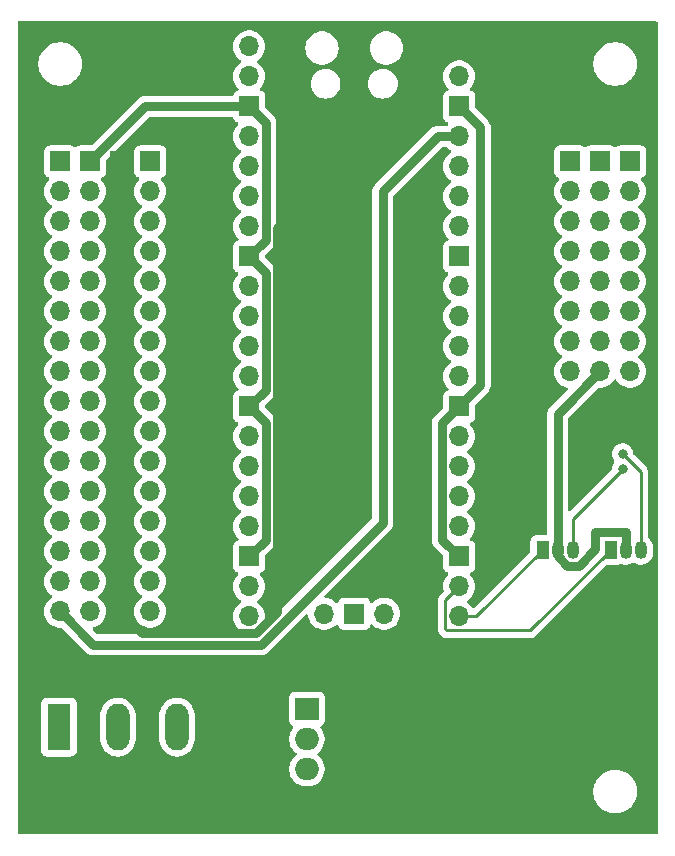
<source format=gbl>
G04 #@! TF.GenerationSoftware,KiCad,Pcbnew,8.0.7*
G04 #@! TF.CreationDate,2025-01-17T18:29:13+11:00*
G04 #@! TF.ProjectId,MQTTDecoderExpansionBoard,4d515454-4465-4636-9f64-657245787061,A*
G04 #@! TF.SameCoordinates,Original*
G04 #@! TF.FileFunction,Copper,L2,Bot*
G04 #@! TF.FilePolarity,Positive*
%FSLAX46Y46*%
G04 Gerber Fmt 4.6, Leading zero omitted, Abs format (unit mm)*
G04 Created by KiCad (PCBNEW 8.0.7) date 2025-01-17 18:29:13*
%MOMM*%
%LPD*%
G01*
G04 APERTURE LIST*
G04 #@! TA.AperFunction,ComponentPad*
%ADD10R,1.700000X1.700000*%
G04 #@! TD*
G04 #@! TA.AperFunction,ComponentPad*
%ADD11O,1.700000X1.700000*%
G04 #@! TD*
G04 #@! TA.AperFunction,ComponentPad*
%ADD12R,1.050000X1.500000*%
G04 #@! TD*
G04 #@! TA.AperFunction,ComponentPad*
%ADD13O,1.050000X1.500000*%
G04 #@! TD*
G04 #@! TA.AperFunction,ComponentPad*
%ADD14R,2.000000X1.905000*%
G04 #@! TD*
G04 #@! TA.AperFunction,ComponentPad*
%ADD15O,2.000000X1.905000*%
G04 #@! TD*
G04 #@! TA.AperFunction,ComponentPad*
%ADD16R,1.980000X3.960000*%
G04 #@! TD*
G04 #@! TA.AperFunction,ComponentPad*
%ADD17O,1.980000X3.960000*%
G04 #@! TD*
G04 #@! TA.AperFunction,ViaPad*
%ADD18C,0.800000*%
G04 #@! TD*
G04 #@! TA.AperFunction,Conductor*
%ADD19C,0.750000*%
G04 #@! TD*
G04 #@! TA.AperFunction,Conductor*
%ADD20C,0.250000*%
G04 #@! TD*
G04 APERTURE END LIST*
D10*
X120650000Y-54610000D03*
D11*
X120650000Y-57150000D03*
X120650000Y-59690000D03*
X120650000Y-62230000D03*
X120650000Y-64770000D03*
X120650000Y-67310000D03*
X120650000Y-69850000D03*
X120650000Y-72390000D03*
X120650000Y-74930000D03*
X120650000Y-77470000D03*
X120650000Y-80010000D03*
X120650000Y-82550000D03*
X120650000Y-85090000D03*
X120650000Y-87630000D03*
X120650000Y-90170000D03*
X120650000Y-92710000D03*
X134110000Y-44870000D03*
X134110000Y-47410000D03*
D10*
X134110000Y-49950000D03*
D11*
X134110000Y-52490000D03*
X134110000Y-55030000D03*
X134110000Y-57570000D03*
X134110000Y-60110000D03*
D10*
X134110000Y-62650000D03*
D11*
X134110000Y-65190000D03*
X134110000Y-67730000D03*
X134110000Y-70270000D03*
X134110000Y-72810000D03*
D10*
X134110000Y-75350000D03*
D11*
X134110000Y-77890000D03*
X134110000Y-80430000D03*
X134110000Y-82970000D03*
X134110000Y-85510000D03*
D10*
X134110000Y-88050000D03*
D11*
X134110000Y-90590000D03*
X134110000Y-93130000D03*
X151890000Y-93130000D03*
X151890000Y-90590000D03*
D10*
X151890000Y-88050000D03*
D11*
X151890000Y-85510000D03*
X151890000Y-82970000D03*
X151890000Y-80430000D03*
X151890000Y-77890000D03*
D10*
X151890000Y-75350000D03*
D11*
X151890000Y-72810000D03*
X151890000Y-70270000D03*
X151890000Y-67730000D03*
X151890000Y-65190000D03*
D10*
X151890000Y-62650000D03*
D11*
X151890000Y-60110000D03*
X151890000Y-57570000D03*
X151890000Y-55030000D03*
X151890000Y-52490000D03*
D10*
X151890000Y-49950000D03*
D11*
X151890000Y-47410000D03*
X151890000Y-44870000D03*
X140460000Y-92900000D03*
D10*
X143000000Y-92900000D03*
D11*
X145540000Y-92900000D03*
D12*
X164730000Y-87500000D03*
D13*
X166000000Y-87500000D03*
X167270000Y-87500000D03*
D10*
X118110000Y-54610000D03*
D11*
X118110000Y-57150000D03*
X118110000Y-59690000D03*
X118110000Y-62230000D03*
X118110000Y-64770000D03*
X118110000Y-67310000D03*
X118110000Y-69850000D03*
X118110000Y-72390000D03*
X118110000Y-74930000D03*
X118110000Y-77470000D03*
X118110000Y-80010000D03*
X118110000Y-82550000D03*
X118110000Y-85090000D03*
X118110000Y-87630000D03*
X118110000Y-90170000D03*
X118110000Y-92710000D03*
D14*
X139000000Y-100960000D03*
D15*
X139000000Y-103500000D03*
X139000000Y-106040000D03*
D10*
X161270000Y-54610000D03*
D11*
X161270000Y-57150000D03*
X161270000Y-59690000D03*
X161270000Y-62230000D03*
X161270000Y-64770000D03*
X161270000Y-67310000D03*
X161270000Y-69850000D03*
X161270000Y-72390000D03*
D10*
X123190000Y-54610000D03*
D11*
X123190000Y-57150000D03*
X123190000Y-59690000D03*
X123190000Y-62230000D03*
X123190000Y-64770000D03*
X123190000Y-67310000D03*
X123190000Y-69850000D03*
X123190000Y-72390000D03*
X123190000Y-74930000D03*
X123190000Y-77470000D03*
X123190000Y-80010000D03*
X123190000Y-82550000D03*
X123190000Y-85090000D03*
X123190000Y-87630000D03*
X123190000Y-90170000D03*
X123190000Y-92710000D03*
D16*
X118000000Y-102500000D03*
D17*
X123000000Y-102500000D03*
X128000000Y-102500000D03*
D10*
X163830000Y-54610000D03*
D11*
X163830000Y-57150000D03*
X163830000Y-59690000D03*
X163830000Y-62230000D03*
X163830000Y-64770000D03*
X163830000Y-67310000D03*
X163830000Y-69850000D03*
X163830000Y-72390000D03*
D10*
X166370000Y-54610000D03*
D11*
X166370000Y-57150000D03*
X166370000Y-59690000D03*
X166370000Y-62230000D03*
X166370000Y-64770000D03*
X166370000Y-67310000D03*
X166370000Y-69850000D03*
X166370000Y-72390000D03*
D12*
X158960000Y-87500000D03*
D13*
X160230000Y-87500000D03*
X161500000Y-87500000D03*
D10*
X125730000Y-54610000D03*
D11*
X125730000Y-57150000D03*
X125730000Y-59690000D03*
X125730000Y-62230000D03*
X125730000Y-64770000D03*
X125730000Y-67310000D03*
X125730000Y-69850000D03*
X125730000Y-72390000D03*
X125730000Y-74930000D03*
X125730000Y-77470000D03*
X125730000Y-80010000D03*
X125730000Y-82550000D03*
X125730000Y-85090000D03*
X125730000Y-87630000D03*
X125730000Y-90170000D03*
X125730000Y-92710000D03*
D18*
X165735000Y-80645000D03*
X165735000Y-79375000D03*
D19*
X136485000Y-92770255D02*
X134700255Y-94555000D01*
X151890000Y-44870000D02*
X136485000Y-60275000D01*
X125035000Y-94555000D02*
X123190000Y-92710000D01*
X134700255Y-94555000D02*
X125035000Y-94555000D01*
X136485000Y-60275000D02*
X136485000Y-92770255D01*
X163419365Y-86000000D02*
X163419365Y-87405635D01*
X135093758Y-95505000D02*
X145415000Y-85183758D01*
X120905000Y-95505000D02*
X135093758Y-95505000D01*
X118110000Y-92710000D02*
X120905000Y-95505000D01*
X160230000Y-88010635D02*
X160230000Y-87500000D01*
X151890000Y-52490000D02*
X150075000Y-52490000D01*
X162000000Y-88825000D02*
X161044365Y-88825000D01*
X166000000Y-86000000D02*
X163419365Y-86000000D01*
X145415000Y-85183758D02*
X145415000Y-57150000D01*
X160230000Y-75990000D02*
X163830000Y-72390000D01*
X161044365Y-88825000D02*
X160230000Y-88010635D01*
X150075000Y-52490000D02*
X145415000Y-57150000D01*
X163419365Y-87405635D02*
X162000000Y-88825000D01*
X160230000Y-87500000D02*
X160230000Y-75990000D01*
X166000000Y-87500000D02*
X166000000Y-86000000D01*
X135535000Y-76775000D02*
X135535000Y-86625000D01*
X135535000Y-61225000D02*
X135535000Y-51375000D01*
X125310000Y-49950000D02*
X120650000Y-54610000D01*
X134110000Y-62650000D02*
X135535000Y-64075000D01*
X150465000Y-76775000D02*
X151890000Y-75350000D01*
X150465000Y-86625000D02*
X150465000Y-76775000D01*
X151890000Y-88050000D02*
X150465000Y-86625000D01*
X134110000Y-62650000D02*
X135535000Y-61225000D01*
X151890000Y-75350000D02*
X153670000Y-73570000D01*
X135535000Y-86625000D02*
X134110000Y-88050000D01*
X135535000Y-51375000D02*
X134110000Y-49950000D01*
X135535000Y-73925000D02*
X134110000Y-75350000D01*
X153670000Y-73570000D02*
X153670000Y-51730000D01*
X134110000Y-49950000D02*
X125310000Y-49950000D01*
X135535000Y-64075000D02*
X135535000Y-73925000D01*
X134110000Y-75350000D02*
X135535000Y-76775000D01*
X153670000Y-51730000D02*
X151890000Y-49950000D01*
D20*
X161500000Y-84880000D02*
X161500000Y-87500000D01*
X165735000Y-80645000D02*
X161500000Y-84880000D01*
X167270000Y-80910000D02*
X167270000Y-87500000D01*
X165735000Y-79375000D02*
X167270000Y-80910000D01*
X151890000Y-93130000D02*
X153330000Y-93130000D01*
X153330000Y-93130000D02*
X158960000Y-87500000D01*
X150715000Y-94200000D02*
X150820000Y-94305000D01*
X150820000Y-94305000D02*
X157925000Y-94305000D01*
X151890000Y-90590000D02*
X150715000Y-91765000D01*
X150715000Y-91765000D02*
X150715000Y-94200000D01*
X157925000Y-94305000D02*
X164730000Y-87500000D01*
G04 #@! TA.AperFunction,Conductor*
G36*
X132710720Y-50853185D02*
G01*
X132756475Y-50905989D01*
X132759862Y-50914166D01*
X132809110Y-51046203D01*
X132809111Y-51046204D01*
X132896739Y-51163261D01*
X133013796Y-51250889D01*
X133065737Y-51270262D01*
X133131595Y-51294827D01*
X133187528Y-51336699D01*
X133211944Y-51402163D01*
X133197092Y-51470436D01*
X133179490Y-51494991D01*
X133034279Y-51652730D01*
X133034278Y-51652732D01*
X132911140Y-51841207D01*
X132820703Y-52047385D01*
X132765436Y-52265628D01*
X132765434Y-52265640D01*
X132746844Y-52489994D01*
X132746844Y-52490005D01*
X132765434Y-52714359D01*
X132765436Y-52714371D01*
X132820703Y-52932614D01*
X132911140Y-53138792D01*
X133034276Y-53327265D01*
X133034284Y-53327276D01*
X133168005Y-53472533D01*
X133186760Y-53492906D01*
X133364424Y-53631189D01*
X133364429Y-53631191D01*
X133364431Y-53631193D01*
X133400930Y-53650946D01*
X133450520Y-53700165D01*
X133465628Y-53768382D01*
X133441457Y-53833937D01*
X133400930Y-53869054D01*
X133364431Y-53888806D01*
X133364422Y-53888812D01*
X133186761Y-54027092D01*
X133186756Y-54027097D01*
X133034284Y-54192723D01*
X133034276Y-54192734D01*
X132911140Y-54381207D01*
X132820703Y-54587385D01*
X132765436Y-54805628D01*
X132765434Y-54805640D01*
X132746844Y-55029994D01*
X132746844Y-55030005D01*
X132765434Y-55254359D01*
X132765436Y-55254371D01*
X132820703Y-55472614D01*
X132911140Y-55678792D01*
X133034276Y-55867265D01*
X133034284Y-55867276D01*
X133186756Y-56032902D01*
X133186760Y-56032906D01*
X133364424Y-56171189D01*
X133364429Y-56171191D01*
X133364431Y-56171193D01*
X133400930Y-56190946D01*
X133450520Y-56240165D01*
X133465628Y-56308382D01*
X133441457Y-56373937D01*
X133400930Y-56409054D01*
X133364431Y-56428806D01*
X133364422Y-56428812D01*
X133186761Y-56567092D01*
X133186756Y-56567097D01*
X133034284Y-56732723D01*
X133034276Y-56732734D01*
X132911140Y-56921207D01*
X132820703Y-57127385D01*
X132765436Y-57345628D01*
X132765434Y-57345640D01*
X132746844Y-57569994D01*
X132746844Y-57570005D01*
X132765434Y-57794359D01*
X132765436Y-57794371D01*
X132820703Y-58012614D01*
X132911140Y-58218792D01*
X133034276Y-58407265D01*
X133034284Y-58407276D01*
X133186756Y-58572902D01*
X133186760Y-58572906D01*
X133364424Y-58711189D01*
X133364429Y-58711191D01*
X133364431Y-58711193D01*
X133400930Y-58730946D01*
X133450520Y-58780165D01*
X133465628Y-58848382D01*
X133441457Y-58913937D01*
X133400930Y-58949054D01*
X133364431Y-58968806D01*
X133364422Y-58968812D01*
X133186761Y-59107092D01*
X133186756Y-59107097D01*
X133034284Y-59272723D01*
X133034276Y-59272734D01*
X132911140Y-59461207D01*
X132820703Y-59667385D01*
X132765436Y-59885628D01*
X132765434Y-59885640D01*
X132746844Y-60109994D01*
X132746844Y-60110005D01*
X132765434Y-60334359D01*
X132765436Y-60334371D01*
X132820703Y-60552614D01*
X132911140Y-60758792D01*
X133034276Y-60947265D01*
X133034284Y-60947276D01*
X133179489Y-61105008D01*
X133210412Y-61167662D01*
X133202552Y-61237088D01*
X133158405Y-61291244D01*
X133131596Y-61305172D01*
X133013794Y-61349111D01*
X132896739Y-61436739D01*
X132809111Y-61553795D01*
X132758011Y-61690795D01*
X132758011Y-61690797D01*
X132751500Y-61751345D01*
X132751500Y-63548654D01*
X132758011Y-63609202D01*
X132758011Y-63609204D01*
X132809111Y-63746204D01*
X132896739Y-63863261D01*
X133013796Y-63950889D01*
X133065737Y-63970262D01*
X133131595Y-63994827D01*
X133187528Y-64036699D01*
X133211944Y-64102163D01*
X133197092Y-64170436D01*
X133179490Y-64194991D01*
X133034279Y-64352730D01*
X133034276Y-64352734D01*
X132911140Y-64541207D01*
X132820703Y-64747385D01*
X132765436Y-64965628D01*
X132765434Y-64965640D01*
X132746844Y-65189994D01*
X132746844Y-65190005D01*
X132765434Y-65414359D01*
X132765436Y-65414371D01*
X132820703Y-65632614D01*
X132911140Y-65838792D01*
X133034276Y-66027265D01*
X133034284Y-66027276D01*
X133186756Y-66192902D01*
X133186760Y-66192906D01*
X133364424Y-66331189D01*
X133364429Y-66331191D01*
X133364431Y-66331193D01*
X133400930Y-66350946D01*
X133450520Y-66400165D01*
X133465628Y-66468382D01*
X133441457Y-66533937D01*
X133400930Y-66569054D01*
X133364431Y-66588806D01*
X133364422Y-66588812D01*
X133186761Y-66727092D01*
X133186756Y-66727097D01*
X133034284Y-66892723D01*
X133034276Y-66892734D01*
X132911140Y-67081207D01*
X132820703Y-67287385D01*
X132765436Y-67505628D01*
X132765434Y-67505640D01*
X132746844Y-67729994D01*
X132746844Y-67730005D01*
X132765434Y-67954359D01*
X132765436Y-67954371D01*
X132820703Y-68172614D01*
X132911140Y-68378792D01*
X133034276Y-68567265D01*
X133034284Y-68567276D01*
X133186756Y-68732902D01*
X133186760Y-68732906D01*
X133364424Y-68871189D01*
X133364429Y-68871191D01*
X133364431Y-68871193D01*
X133400930Y-68890946D01*
X133450520Y-68940165D01*
X133465628Y-69008382D01*
X133441457Y-69073937D01*
X133400930Y-69109054D01*
X133364431Y-69128806D01*
X133364422Y-69128812D01*
X133186761Y-69267092D01*
X133186756Y-69267097D01*
X133034284Y-69432723D01*
X133034276Y-69432734D01*
X132911140Y-69621207D01*
X132820703Y-69827385D01*
X132765436Y-70045628D01*
X132765434Y-70045640D01*
X132746844Y-70269994D01*
X132746844Y-70270005D01*
X132765434Y-70494359D01*
X132765436Y-70494371D01*
X132820703Y-70712614D01*
X132911140Y-70918792D01*
X133034276Y-71107265D01*
X133034284Y-71107276D01*
X133186756Y-71272902D01*
X133186760Y-71272906D01*
X133364424Y-71411189D01*
X133364429Y-71411191D01*
X133364431Y-71411193D01*
X133400930Y-71430946D01*
X133450520Y-71480165D01*
X133465628Y-71548382D01*
X133441457Y-71613937D01*
X133400930Y-71649054D01*
X133364431Y-71668806D01*
X133364422Y-71668812D01*
X133186761Y-71807092D01*
X133186756Y-71807097D01*
X133034284Y-71972723D01*
X133034276Y-71972734D01*
X132911140Y-72161207D01*
X132820703Y-72367385D01*
X132765436Y-72585628D01*
X132765434Y-72585640D01*
X132746844Y-72809994D01*
X132746844Y-72810005D01*
X132765434Y-73034359D01*
X132765436Y-73034371D01*
X132820703Y-73252614D01*
X132911140Y-73458792D01*
X133034276Y-73647265D01*
X133034284Y-73647276D01*
X133179489Y-73805008D01*
X133210412Y-73867662D01*
X133202552Y-73937088D01*
X133158405Y-73991244D01*
X133131596Y-74005172D01*
X133013794Y-74049111D01*
X132896739Y-74136739D01*
X132809111Y-74253795D01*
X132758011Y-74390795D01*
X132758011Y-74390797D01*
X132751500Y-74451345D01*
X132751500Y-76248654D01*
X132758011Y-76309202D01*
X132758011Y-76309204D01*
X132794607Y-76407319D01*
X132809111Y-76446204D01*
X132896739Y-76563261D01*
X133013796Y-76650889D01*
X133065737Y-76670262D01*
X133131595Y-76694827D01*
X133187528Y-76736699D01*
X133211944Y-76802163D01*
X133197092Y-76870436D01*
X133179490Y-76894991D01*
X133034279Y-77052730D01*
X133034276Y-77052734D01*
X132911140Y-77241207D01*
X132820703Y-77447385D01*
X132765436Y-77665628D01*
X132765434Y-77665640D01*
X132746844Y-77889994D01*
X132746844Y-77890005D01*
X132765434Y-78114359D01*
X132765436Y-78114371D01*
X132820703Y-78332614D01*
X132911140Y-78538792D01*
X133034276Y-78727265D01*
X133034284Y-78727276D01*
X133186756Y-78892902D01*
X133186760Y-78892906D01*
X133364424Y-79031189D01*
X133364429Y-79031191D01*
X133364431Y-79031193D01*
X133400930Y-79050946D01*
X133450520Y-79100165D01*
X133465628Y-79168382D01*
X133441457Y-79233937D01*
X133400930Y-79269054D01*
X133364431Y-79288806D01*
X133364422Y-79288812D01*
X133186761Y-79427092D01*
X133186756Y-79427097D01*
X133034284Y-79592723D01*
X133034276Y-79592734D01*
X132911140Y-79781207D01*
X132820703Y-79987385D01*
X132765436Y-80205628D01*
X132765434Y-80205640D01*
X132746844Y-80429994D01*
X132746844Y-80430005D01*
X132765434Y-80654359D01*
X132765436Y-80654371D01*
X132820703Y-80872614D01*
X132911140Y-81078792D01*
X133034276Y-81267265D01*
X133034284Y-81267276D01*
X133186756Y-81432902D01*
X133186761Y-81432907D01*
X133245981Y-81479000D01*
X133364424Y-81571189D01*
X133364429Y-81571191D01*
X133364431Y-81571193D01*
X133400930Y-81590946D01*
X133450520Y-81640165D01*
X133465628Y-81708382D01*
X133441457Y-81773937D01*
X133400930Y-81809054D01*
X133364431Y-81828806D01*
X133364422Y-81828812D01*
X133186761Y-81967092D01*
X133186756Y-81967097D01*
X133034284Y-82132723D01*
X133034276Y-82132734D01*
X132911140Y-82321207D01*
X132820703Y-82527385D01*
X132765436Y-82745628D01*
X132765434Y-82745640D01*
X132746844Y-82969994D01*
X132746844Y-82970005D01*
X132765434Y-83194359D01*
X132765436Y-83194371D01*
X132820703Y-83412614D01*
X132911140Y-83618792D01*
X133034276Y-83807265D01*
X133034284Y-83807276D01*
X133186756Y-83972902D01*
X133186760Y-83972906D01*
X133364424Y-84111189D01*
X133364429Y-84111191D01*
X133364431Y-84111193D01*
X133400930Y-84130946D01*
X133450520Y-84180165D01*
X133465628Y-84248382D01*
X133441457Y-84313937D01*
X133400930Y-84349054D01*
X133364431Y-84368806D01*
X133364422Y-84368812D01*
X133186761Y-84507092D01*
X133186756Y-84507097D01*
X133034284Y-84672723D01*
X133034276Y-84672734D01*
X132911140Y-84861207D01*
X132820703Y-85067385D01*
X132765436Y-85285628D01*
X132765434Y-85285640D01*
X132746844Y-85509994D01*
X132746844Y-85510005D01*
X132765434Y-85734359D01*
X132765436Y-85734371D01*
X132820703Y-85952614D01*
X132911140Y-86158792D01*
X133034276Y-86347265D01*
X133034284Y-86347276D01*
X133179489Y-86505008D01*
X133210412Y-86567662D01*
X133202552Y-86637088D01*
X133158405Y-86691244D01*
X133131596Y-86705172D01*
X133013794Y-86749111D01*
X132896739Y-86836739D01*
X132809111Y-86953795D01*
X132758011Y-87090795D01*
X132758011Y-87090797D01*
X132751500Y-87151345D01*
X132751500Y-88948654D01*
X132758011Y-89009202D01*
X132758011Y-89009204D01*
X132809111Y-89146204D01*
X132896739Y-89263261D01*
X133013796Y-89350889D01*
X133065737Y-89370262D01*
X133131595Y-89394827D01*
X133187528Y-89436699D01*
X133211944Y-89502163D01*
X133197092Y-89570436D01*
X133179490Y-89594991D01*
X133034279Y-89752730D01*
X133034276Y-89752734D01*
X132911140Y-89941207D01*
X132820703Y-90147385D01*
X132765436Y-90365628D01*
X132765434Y-90365640D01*
X132746844Y-90589994D01*
X132746844Y-90590005D01*
X132765434Y-90814359D01*
X132765436Y-90814371D01*
X132820703Y-91032614D01*
X132911140Y-91238792D01*
X133034276Y-91427265D01*
X133034284Y-91427276D01*
X133175076Y-91580214D01*
X133186760Y-91592906D01*
X133364424Y-91731189D01*
X133364429Y-91731191D01*
X133364431Y-91731193D01*
X133400930Y-91750946D01*
X133450520Y-91800165D01*
X133465628Y-91868382D01*
X133441457Y-91933937D01*
X133400930Y-91969054D01*
X133364431Y-91988806D01*
X133364422Y-91988812D01*
X133186761Y-92127092D01*
X133186756Y-92127097D01*
X133034284Y-92292723D01*
X133034276Y-92292734D01*
X132911140Y-92481207D01*
X132820703Y-92687385D01*
X132765436Y-92905628D01*
X132765434Y-92905640D01*
X132746844Y-93129994D01*
X132746844Y-93130005D01*
X132765434Y-93354359D01*
X132765436Y-93354371D01*
X132820703Y-93572614D01*
X132911140Y-93778792D01*
X133034276Y-93967265D01*
X133034284Y-93967276D01*
X133168674Y-94113260D01*
X133186760Y-94132906D01*
X133364424Y-94271189D01*
X133364425Y-94271189D01*
X133364427Y-94271191D01*
X133491135Y-94339761D01*
X133562426Y-94378342D01*
X133567894Y-94380219D01*
X133624909Y-94420606D01*
X133651039Y-94485406D01*
X133637987Y-94554045D01*
X133589897Y-94604732D01*
X133527630Y-94621500D01*
X121322319Y-94621500D01*
X121255280Y-94601815D01*
X121234638Y-94585181D01*
X120894676Y-94245219D01*
X120861191Y-94183896D01*
X120866175Y-94114204D01*
X120908047Y-94058271D01*
X120961947Y-94035229D01*
X120984635Y-94031444D01*
X121197574Y-93958342D01*
X121395576Y-93851189D01*
X121573240Y-93712906D01*
X121678089Y-93599011D01*
X121725715Y-93547276D01*
X121725716Y-93547274D01*
X121725722Y-93547268D01*
X121848860Y-93358791D01*
X121939296Y-93152616D01*
X121994564Y-92934368D01*
X121996946Y-92905628D01*
X122013156Y-92710005D01*
X122013156Y-92709994D01*
X121994565Y-92485640D01*
X121994563Y-92485628D01*
X121960157Y-92349763D01*
X121939296Y-92267384D01*
X121848860Y-92061209D01*
X121832706Y-92036484D01*
X121759942Y-91925110D01*
X121725722Y-91872732D01*
X121725719Y-91872729D01*
X121725715Y-91872723D01*
X121573243Y-91707097D01*
X121573238Y-91707092D01*
X121426528Y-91592902D01*
X121395576Y-91568811D01*
X121359070Y-91549055D01*
X121309479Y-91499836D01*
X121294371Y-91431619D01*
X121318541Y-91366064D01*
X121359070Y-91330945D01*
X121359084Y-91330936D01*
X121395576Y-91311189D01*
X121573240Y-91172906D01*
X121692683Y-91043158D01*
X121725715Y-91007276D01*
X121725717Y-91007273D01*
X121725722Y-91007268D01*
X121848860Y-90818791D01*
X121939296Y-90612616D01*
X121994564Y-90394368D01*
X122013156Y-90170000D01*
X122011282Y-90147385D01*
X121994565Y-89945640D01*
X121994563Y-89945628D01*
X121970384Y-89850147D01*
X121939296Y-89727384D01*
X121848860Y-89521209D01*
X121842361Y-89511262D01*
X121766291Y-89394827D01*
X121725722Y-89332732D01*
X121725719Y-89332729D01*
X121725715Y-89332723D01*
X121573243Y-89167097D01*
X121573238Y-89167092D01*
X121395577Y-89028812D01*
X121395578Y-89028812D01*
X121395576Y-89028811D01*
X121359070Y-89009055D01*
X121309479Y-88959836D01*
X121294371Y-88891619D01*
X121318541Y-88826064D01*
X121359070Y-88790945D01*
X121359084Y-88790936D01*
X121395576Y-88771189D01*
X121573240Y-88632906D01*
X121725722Y-88467268D01*
X121848860Y-88278791D01*
X121939296Y-88072616D01*
X121994564Y-87854368D01*
X122013156Y-87630000D01*
X122009529Y-87586233D01*
X121994565Y-87405640D01*
X121994563Y-87405628D01*
X121939296Y-87187385D01*
X121876180Y-87043494D01*
X121848860Y-86981209D01*
X121832706Y-86956484D01*
X121725723Y-86792734D01*
X121725715Y-86792723D01*
X121573243Y-86627097D01*
X121573238Y-86627092D01*
X121426533Y-86512906D01*
X121395576Y-86488811D01*
X121359070Y-86469055D01*
X121309479Y-86419836D01*
X121294371Y-86351619D01*
X121318541Y-86286064D01*
X121359070Y-86250945D01*
X121359084Y-86250936D01*
X121395576Y-86231189D01*
X121573240Y-86092906D01*
X121672614Y-85984957D01*
X121725715Y-85927276D01*
X121725717Y-85927273D01*
X121725722Y-85927268D01*
X121848860Y-85738791D01*
X121939296Y-85532616D01*
X121994564Y-85314368D01*
X121998176Y-85270776D01*
X122013156Y-85090005D01*
X122013156Y-85089994D01*
X121994565Y-84865640D01*
X121994563Y-84865628D01*
X121969445Y-84766438D01*
X121939296Y-84647384D01*
X121848860Y-84441209D01*
X121832706Y-84416484D01*
X121765709Y-84313937D01*
X121725722Y-84252732D01*
X121725719Y-84252729D01*
X121725715Y-84252723D01*
X121573243Y-84087097D01*
X121573238Y-84087092D01*
X121395577Y-83948812D01*
X121395578Y-83948812D01*
X121395576Y-83948811D01*
X121359070Y-83929055D01*
X121309479Y-83879836D01*
X121294371Y-83811619D01*
X121318541Y-83746064D01*
X121359070Y-83710945D01*
X121359084Y-83710936D01*
X121395576Y-83691189D01*
X121573240Y-83552906D01*
X121672614Y-83444957D01*
X121725715Y-83387276D01*
X121725717Y-83387273D01*
X121725722Y-83387268D01*
X121848860Y-83198791D01*
X121939296Y-82992616D01*
X121994564Y-82774368D01*
X122013156Y-82550000D01*
X122011282Y-82527385D01*
X121994565Y-82325640D01*
X121994563Y-82325628D01*
X121991876Y-82315018D01*
X121939296Y-82107384D01*
X121848860Y-81901209D01*
X121832706Y-81876484D01*
X121765709Y-81773937D01*
X121725722Y-81712732D01*
X121725719Y-81712729D01*
X121725715Y-81712723D01*
X121573243Y-81547097D01*
X121573238Y-81547092D01*
X121395577Y-81408812D01*
X121395578Y-81408812D01*
X121395576Y-81408811D01*
X121359070Y-81389055D01*
X121309479Y-81339836D01*
X121294371Y-81271619D01*
X121318541Y-81206064D01*
X121359070Y-81170945D01*
X121359084Y-81170936D01*
X121395576Y-81151189D01*
X121573240Y-81012906D01*
X121672614Y-80904957D01*
X121725715Y-80847276D01*
X121725717Y-80847273D01*
X121725722Y-80847268D01*
X121848860Y-80658791D01*
X121939296Y-80452616D01*
X121994564Y-80234368D01*
X121996946Y-80205628D01*
X122013156Y-80010005D01*
X122013156Y-80009994D01*
X121994565Y-79785640D01*
X121994563Y-79785628D01*
X121984667Y-79746549D01*
X121939296Y-79567384D01*
X121848860Y-79361209D01*
X121832706Y-79336484D01*
X121765709Y-79233937D01*
X121725722Y-79172732D01*
X121725719Y-79172729D01*
X121725715Y-79172723D01*
X121573243Y-79007097D01*
X121573238Y-79007092D01*
X121395577Y-78868812D01*
X121395578Y-78868812D01*
X121395576Y-78868811D01*
X121359070Y-78849055D01*
X121309479Y-78799836D01*
X121294371Y-78731619D01*
X121318541Y-78666064D01*
X121359070Y-78630945D01*
X121359084Y-78630936D01*
X121395576Y-78611189D01*
X121573240Y-78472906D01*
X121672614Y-78364957D01*
X121725715Y-78307276D01*
X121725717Y-78307273D01*
X121725722Y-78307268D01*
X121848860Y-78118791D01*
X121939296Y-77912616D01*
X121994564Y-77694368D01*
X122013156Y-77470000D01*
X122011282Y-77447385D01*
X121994565Y-77245640D01*
X121994563Y-77245628D01*
X121991876Y-77235018D01*
X121939296Y-77027384D01*
X121848860Y-76821209D01*
X121832706Y-76796484D01*
X121761819Y-76687983D01*
X121725722Y-76632732D01*
X121725719Y-76632729D01*
X121725715Y-76632723D01*
X121573243Y-76467097D01*
X121573238Y-76467092D01*
X121395577Y-76328812D01*
X121395578Y-76328812D01*
X121395576Y-76328811D01*
X121359070Y-76309055D01*
X121309479Y-76259836D01*
X121294371Y-76191619D01*
X121318541Y-76126064D01*
X121359070Y-76090945D01*
X121359084Y-76090936D01*
X121395576Y-76071189D01*
X121573240Y-75932906D01*
X121725722Y-75767268D01*
X121848860Y-75578791D01*
X121939296Y-75372616D01*
X121994564Y-75154368D01*
X122013156Y-74930000D01*
X121994564Y-74705632D01*
X121939296Y-74487384D01*
X121848860Y-74281209D01*
X121832706Y-74256484D01*
X121725723Y-74092734D01*
X121725715Y-74092723D01*
X121573243Y-73927097D01*
X121573238Y-73927092D01*
X121420425Y-73808152D01*
X121395576Y-73788811D01*
X121359070Y-73769055D01*
X121309479Y-73719836D01*
X121294371Y-73651619D01*
X121318541Y-73586064D01*
X121359070Y-73550945D01*
X121359084Y-73550936D01*
X121395576Y-73531189D01*
X121573240Y-73392906D01*
X121672614Y-73284957D01*
X121725715Y-73227276D01*
X121725717Y-73227273D01*
X121725722Y-73227268D01*
X121848860Y-73038791D01*
X121939296Y-72832616D01*
X121994564Y-72614368D01*
X122013156Y-72390000D01*
X122011282Y-72367385D01*
X121994565Y-72165640D01*
X121994563Y-72165628D01*
X121991876Y-72155018D01*
X121939296Y-71947384D01*
X121848860Y-71741209D01*
X121842706Y-71731790D01*
X121765709Y-71613937D01*
X121725722Y-71552732D01*
X121725719Y-71552729D01*
X121725715Y-71552723D01*
X121573243Y-71387097D01*
X121573238Y-71387092D01*
X121395577Y-71248812D01*
X121395578Y-71248812D01*
X121395576Y-71248811D01*
X121359070Y-71229055D01*
X121309479Y-71179836D01*
X121294371Y-71111619D01*
X121318541Y-71046064D01*
X121359070Y-71010945D01*
X121359084Y-71010936D01*
X121395576Y-70991189D01*
X121573240Y-70852906D01*
X121672614Y-70744957D01*
X121725715Y-70687276D01*
X121725717Y-70687273D01*
X121725722Y-70687268D01*
X121848860Y-70498791D01*
X121939296Y-70292616D01*
X121994564Y-70074368D01*
X122013156Y-69850000D01*
X122011282Y-69827385D01*
X121994565Y-69625640D01*
X121994563Y-69625628D01*
X121991876Y-69615018D01*
X121939296Y-69407384D01*
X121848860Y-69201209D01*
X121842706Y-69191790D01*
X121765709Y-69073937D01*
X121725722Y-69012732D01*
X121725719Y-69012729D01*
X121725715Y-69012723D01*
X121573243Y-68847097D01*
X121573238Y-68847092D01*
X121395577Y-68708812D01*
X121395578Y-68708812D01*
X121395576Y-68708811D01*
X121359070Y-68689055D01*
X121309479Y-68639836D01*
X121294371Y-68571619D01*
X121318541Y-68506064D01*
X121359070Y-68470945D01*
X121359084Y-68470936D01*
X121395576Y-68451189D01*
X121573240Y-68312906D01*
X121672614Y-68204957D01*
X121725715Y-68147276D01*
X121725717Y-68147273D01*
X121725722Y-68147268D01*
X121848860Y-67958791D01*
X121939296Y-67752616D01*
X121994564Y-67534368D01*
X122013156Y-67310000D01*
X122011282Y-67287385D01*
X121994565Y-67085640D01*
X121994563Y-67085628D01*
X121991876Y-67075018D01*
X121939296Y-66867384D01*
X121848860Y-66661209D01*
X121842706Y-66651790D01*
X121765709Y-66533937D01*
X121725722Y-66472732D01*
X121725719Y-66472729D01*
X121725715Y-66472723D01*
X121573243Y-66307097D01*
X121573238Y-66307092D01*
X121395577Y-66168812D01*
X121395578Y-66168812D01*
X121395576Y-66168811D01*
X121359070Y-66149055D01*
X121309479Y-66099836D01*
X121294371Y-66031619D01*
X121318541Y-65966064D01*
X121359070Y-65930945D01*
X121359084Y-65930936D01*
X121395576Y-65911189D01*
X121573240Y-65772906D01*
X121672614Y-65664957D01*
X121725715Y-65607276D01*
X121725717Y-65607273D01*
X121725722Y-65607268D01*
X121848860Y-65418791D01*
X121939296Y-65212616D01*
X121994564Y-64994368D01*
X122013156Y-64770000D01*
X122011282Y-64747385D01*
X121994565Y-64545640D01*
X121994563Y-64545628D01*
X121991876Y-64535018D01*
X121939296Y-64327384D01*
X121848860Y-64121209D01*
X121842706Y-64111790D01*
X121761819Y-63987983D01*
X121725722Y-63932732D01*
X121725719Y-63932729D01*
X121725715Y-63932723D01*
X121573243Y-63767097D01*
X121573238Y-63767092D01*
X121395577Y-63628812D01*
X121395578Y-63628812D01*
X121395576Y-63628811D01*
X121359070Y-63609055D01*
X121309479Y-63559836D01*
X121294371Y-63491619D01*
X121318541Y-63426064D01*
X121359070Y-63390945D01*
X121359084Y-63390936D01*
X121395576Y-63371189D01*
X121573240Y-63232906D01*
X121725722Y-63067268D01*
X121848860Y-62878791D01*
X121939296Y-62672616D01*
X121994564Y-62454368D01*
X122013156Y-62230000D01*
X121994564Y-62005632D01*
X121939296Y-61787384D01*
X121848860Y-61581209D01*
X121842706Y-61571790D01*
X121725723Y-61392734D01*
X121725715Y-61392723D01*
X121573243Y-61227097D01*
X121573238Y-61227092D01*
X121426533Y-61112906D01*
X121395576Y-61088811D01*
X121359070Y-61069055D01*
X121309479Y-61019836D01*
X121294371Y-60951619D01*
X121318541Y-60886064D01*
X121359070Y-60850945D01*
X121359084Y-60850936D01*
X121395576Y-60831189D01*
X121573240Y-60692906D01*
X121672614Y-60584957D01*
X121725715Y-60527276D01*
X121725717Y-60527273D01*
X121725722Y-60527268D01*
X121848860Y-60338791D01*
X121939296Y-60132616D01*
X121994564Y-59914368D01*
X122013156Y-59690000D01*
X122011282Y-59667385D01*
X121994565Y-59465640D01*
X121994563Y-59465628D01*
X121991876Y-59455018D01*
X121939296Y-59247384D01*
X121848860Y-59041209D01*
X121842706Y-59031790D01*
X121765709Y-58913937D01*
X121725722Y-58852732D01*
X121725719Y-58852729D01*
X121725715Y-58852723D01*
X121573243Y-58687097D01*
X121573238Y-58687092D01*
X121395577Y-58548812D01*
X121395578Y-58548812D01*
X121395576Y-58548811D01*
X121359070Y-58529055D01*
X121309479Y-58479836D01*
X121294371Y-58411619D01*
X121318541Y-58346064D01*
X121359070Y-58310945D01*
X121359084Y-58310936D01*
X121395576Y-58291189D01*
X121573240Y-58152906D01*
X121672614Y-58044957D01*
X121725715Y-57987276D01*
X121725717Y-57987273D01*
X121725722Y-57987268D01*
X121848860Y-57798791D01*
X121939296Y-57592616D01*
X121994564Y-57374368D01*
X122013156Y-57150000D01*
X122013156Y-57149994D01*
X124366844Y-57149994D01*
X124366844Y-57150005D01*
X124385434Y-57374359D01*
X124385436Y-57374371D01*
X124440703Y-57592614D01*
X124531140Y-57798792D01*
X124654276Y-57987265D01*
X124654284Y-57987276D01*
X124806756Y-58152902D01*
X124806760Y-58152906D01*
X124984424Y-58291189D01*
X124984429Y-58291191D01*
X124984431Y-58291193D01*
X125020930Y-58310946D01*
X125070520Y-58360165D01*
X125085628Y-58428382D01*
X125061457Y-58493937D01*
X125020930Y-58529054D01*
X124984431Y-58548806D01*
X124984422Y-58548812D01*
X124806761Y-58687092D01*
X124806756Y-58687097D01*
X124654284Y-58852723D01*
X124654276Y-58852734D01*
X124531140Y-59041207D01*
X124440703Y-59247385D01*
X124385436Y-59465628D01*
X124385434Y-59465640D01*
X124366844Y-59689994D01*
X124366844Y-59690005D01*
X124385434Y-59914359D01*
X124385436Y-59914371D01*
X124440703Y-60132614D01*
X124531140Y-60338792D01*
X124654276Y-60527265D01*
X124654284Y-60527276D01*
X124806756Y-60692902D01*
X124806760Y-60692906D01*
X124984424Y-60831189D01*
X124984429Y-60831191D01*
X124984431Y-60831193D01*
X125020930Y-60850946D01*
X125070520Y-60900165D01*
X125085628Y-60968382D01*
X125061457Y-61033937D01*
X125020930Y-61069054D01*
X124984431Y-61088806D01*
X124984422Y-61088812D01*
X124806761Y-61227092D01*
X124806756Y-61227097D01*
X124654284Y-61392723D01*
X124654276Y-61392734D01*
X124531140Y-61581207D01*
X124440703Y-61787385D01*
X124385436Y-62005628D01*
X124385434Y-62005640D01*
X124366844Y-62229994D01*
X124366844Y-62230005D01*
X124385434Y-62454359D01*
X124385436Y-62454371D01*
X124440703Y-62672614D01*
X124531140Y-62878792D01*
X124654276Y-63067265D01*
X124654284Y-63067276D01*
X124806756Y-63232902D01*
X124806760Y-63232906D01*
X124984424Y-63371189D01*
X124984429Y-63371191D01*
X124984431Y-63371193D01*
X125020930Y-63390946D01*
X125070520Y-63440165D01*
X125085628Y-63508382D01*
X125061457Y-63573937D01*
X125020930Y-63609054D01*
X124984431Y-63628806D01*
X124984422Y-63628812D01*
X124806761Y-63767092D01*
X124806756Y-63767097D01*
X124654284Y-63932723D01*
X124654276Y-63932734D01*
X124531140Y-64121207D01*
X124440703Y-64327385D01*
X124385436Y-64545628D01*
X124385434Y-64545640D01*
X124366844Y-64769994D01*
X124366844Y-64770005D01*
X124385434Y-64994359D01*
X124385436Y-64994371D01*
X124440703Y-65212614D01*
X124531140Y-65418792D01*
X124654276Y-65607265D01*
X124654284Y-65607276D01*
X124806756Y-65772902D01*
X124806760Y-65772906D01*
X124984424Y-65911189D01*
X124984429Y-65911191D01*
X124984431Y-65911193D01*
X125020930Y-65930946D01*
X125070520Y-65980165D01*
X125085628Y-66048382D01*
X125061457Y-66113937D01*
X125020930Y-66149054D01*
X124984431Y-66168806D01*
X124984422Y-66168812D01*
X124806761Y-66307092D01*
X124806756Y-66307097D01*
X124654284Y-66472723D01*
X124654276Y-66472734D01*
X124531140Y-66661207D01*
X124440703Y-66867385D01*
X124385436Y-67085628D01*
X124385434Y-67085640D01*
X124366844Y-67309994D01*
X124366844Y-67310005D01*
X124385434Y-67534359D01*
X124385436Y-67534371D01*
X124440703Y-67752614D01*
X124531140Y-67958792D01*
X124654276Y-68147265D01*
X124654284Y-68147276D01*
X124806756Y-68312902D01*
X124806760Y-68312906D01*
X124984424Y-68451189D01*
X124984429Y-68451191D01*
X124984431Y-68451193D01*
X125020930Y-68470946D01*
X125070520Y-68520165D01*
X125085628Y-68588382D01*
X125061457Y-68653937D01*
X125020930Y-68689054D01*
X124984431Y-68708806D01*
X124984422Y-68708812D01*
X124806761Y-68847092D01*
X124806756Y-68847097D01*
X124654284Y-69012723D01*
X124654276Y-69012734D01*
X124531140Y-69201207D01*
X124440703Y-69407385D01*
X124385436Y-69625628D01*
X124385434Y-69625640D01*
X124366844Y-69849994D01*
X124366844Y-69850005D01*
X124385434Y-70074359D01*
X124385436Y-70074371D01*
X124440703Y-70292614D01*
X124531140Y-70498792D01*
X124654276Y-70687265D01*
X124654284Y-70687276D01*
X124806756Y-70852902D01*
X124806760Y-70852906D01*
X124984424Y-70991189D01*
X124984429Y-70991191D01*
X124984431Y-70991193D01*
X125020930Y-71010946D01*
X125070520Y-71060165D01*
X125085628Y-71128382D01*
X125061457Y-71193937D01*
X125020930Y-71229054D01*
X124984431Y-71248806D01*
X124984422Y-71248812D01*
X124806761Y-71387092D01*
X124806756Y-71387097D01*
X124654284Y-71552723D01*
X124654276Y-71552734D01*
X124531140Y-71741207D01*
X124440703Y-71947385D01*
X124385436Y-72165628D01*
X124385434Y-72165640D01*
X124366844Y-72389994D01*
X124366844Y-72390005D01*
X124385434Y-72614359D01*
X124385436Y-72614371D01*
X124440703Y-72832614D01*
X124531140Y-73038792D01*
X124654276Y-73227265D01*
X124654284Y-73227276D01*
X124806756Y-73392902D01*
X124806760Y-73392906D01*
X124984424Y-73531189D01*
X124984429Y-73531191D01*
X124984431Y-73531193D01*
X125020930Y-73550946D01*
X125070520Y-73600165D01*
X125085628Y-73668382D01*
X125061457Y-73733937D01*
X125020930Y-73769054D01*
X124984431Y-73788806D01*
X124984422Y-73788812D01*
X124806761Y-73927092D01*
X124806756Y-73927097D01*
X124654284Y-74092723D01*
X124654276Y-74092734D01*
X124531140Y-74281207D01*
X124440703Y-74487385D01*
X124385436Y-74705628D01*
X124385434Y-74705640D01*
X124366844Y-74929994D01*
X124366844Y-74930005D01*
X124385434Y-75154359D01*
X124385436Y-75154371D01*
X124440703Y-75372614D01*
X124531140Y-75578792D01*
X124654276Y-75767265D01*
X124654284Y-75767276D01*
X124806756Y-75932902D01*
X124806760Y-75932906D01*
X124984424Y-76071189D01*
X124984429Y-76071191D01*
X124984431Y-76071193D01*
X125020930Y-76090946D01*
X125070520Y-76140165D01*
X125085628Y-76208382D01*
X125061457Y-76273937D01*
X125020930Y-76309054D01*
X124984431Y-76328806D01*
X124984422Y-76328812D01*
X124806761Y-76467092D01*
X124806756Y-76467097D01*
X124654284Y-76632723D01*
X124654276Y-76632734D01*
X124531140Y-76821207D01*
X124440703Y-77027385D01*
X124385436Y-77245628D01*
X124385434Y-77245640D01*
X124366844Y-77469994D01*
X124366844Y-77470005D01*
X124385434Y-77694359D01*
X124385436Y-77694371D01*
X124440703Y-77912614D01*
X124531140Y-78118792D01*
X124654276Y-78307265D01*
X124654284Y-78307276D01*
X124806756Y-78472902D01*
X124806760Y-78472906D01*
X124984424Y-78611189D01*
X124984429Y-78611191D01*
X124984431Y-78611193D01*
X125020930Y-78630946D01*
X125070520Y-78680165D01*
X125085628Y-78748382D01*
X125061457Y-78813937D01*
X125020930Y-78849054D01*
X124984431Y-78868806D01*
X124984422Y-78868812D01*
X124806761Y-79007092D01*
X124806756Y-79007097D01*
X124654284Y-79172723D01*
X124654276Y-79172734D01*
X124531140Y-79361207D01*
X124440703Y-79567385D01*
X124385436Y-79785628D01*
X124385434Y-79785640D01*
X124366844Y-80009994D01*
X124366844Y-80010005D01*
X124385434Y-80234359D01*
X124385436Y-80234371D01*
X124440703Y-80452614D01*
X124531140Y-80658792D01*
X124654276Y-80847265D01*
X124654284Y-80847276D01*
X124806756Y-81012902D01*
X124806760Y-81012906D01*
X124984424Y-81151189D01*
X124984429Y-81151191D01*
X124984431Y-81151193D01*
X125020930Y-81170946D01*
X125070520Y-81220165D01*
X125085628Y-81288382D01*
X125061457Y-81353937D01*
X125020930Y-81389054D01*
X124984431Y-81408806D01*
X124984422Y-81408812D01*
X124806761Y-81547092D01*
X124806756Y-81547097D01*
X124654284Y-81712723D01*
X124654276Y-81712734D01*
X124531140Y-81901207D01*
X124440703Y-82107385D01*
X124385436Y-82325628D01*
X124385434Y-82325640D01*
X124366844Y-82549994D01*
X124366844Y-82550005D01*
X124385434Y-82774359D01*
X124385436Y-82774371D01*
X124440703Y-82992614D01*
X124531140Y-83198792D01*
X124654276Y-83387265D01*
X124654284Y-83387276D01*
X124806756Y-83552902D01*
X124806760Y-83552906D01*
X124984424Y-83691189D01*
X124984429Y-83691191D01*
X124984431Y-83691193D01*
X125020930Y-83710946D01*
X125070520Y-83760165D01*
X125085628Y-83828382D01*
X125061457Y-83893937D01*
X125020930Y-83929054D01*
X124984431Y-83948806D01*
X124984422Y-83948812D01*
X124806761Y-84087092D01*
X124806756Y-84087097D01*
X124654284Y-84252723D01*
X124654276Y-84252734D01*
X124531140Y-84441207D01*
X124440703Y-84647385D01*
X124385436Y-84865628D01*
X124385434Y-84865640D01*
X124366844Y-85089994D01*
X124366844Y-85090005D01*
X124385434Y-85314359D01*
X124385436Y-85314371D01*
X124440703Y-85532614D01*
X124531140Y-85738792D01*
X124654276Y-85927265D01*
X124654284Y-85927276D01*
X124806756Y-86092902D01*
X124806760Y-86092906D01*
X124984424Y-86231189D01*
X124984429Y-86231191D01*
X124984431Y-86231193D01*
X125020930Y-86250946D01*
X125070520Y-86300165D01*
X125085628Y-86368382D01*
X125061457Y-86433937D01*
X125020930Y-86469054D01*
X124984431Y-86488806D01*
X124984422Y-86488812D01*
X124806761Y-86627092D01*
X124806756Y-86627097D01*
X124654284Y-86792723D01*
X124654276Y-86792734D01*
X124531140Y-86981207D01*
X124440703Y-87187385D01*
X124385436Y-87405628D01*
X124385434Y-87405640D01*
X124366844Y-87629994D01*
X124366844Y-87630005D01*
X124385434Y-87854359D01*
X124385436Y-87854371D01*
X124440703Y-88072614D01*
X124531140Y-88278792D01*
X124654276Y-88467265D01*
X124654284Y-88467276D01*
X124806756Y-88632902D01*
X124806761Y-88632907D01*
X124841296Y-88659787D01*
X124984424Y-88771189D01*
X124984429Y-88771191D01*
X124984431Y-88771193D01*
X125020930Y-88790946D01*
X125070520Y-88840165D01*
X125085628Y-88908382D01*
X125061457Y-88973937D01*
X125020930Y-89009054D01*
X124984431Y-89028806D01*
X124984422Y-89028812D01*
X124806761Y-89167092D01*
X124806756Y-89167097D01*
X124654284Y-89332723D01*
X124654276Y-89332734D01*
X124531140Y-89521207D01*
X124440703Y-89727385D01*
X124385436Y-89945628D01*
X124385434Y-89945640D01*
X124366844Y-90169994D01*
X124366844Y-90170005D01*
X124385434Y-90394359D01*
X124385436Y-90394371D01*
X124440703Y-90612614D01*
X124531140Y-90818792D01*
X124654276Y-91007265D01*
X124654284Y-91007276D01*
X124806756Y-91172902D01*
X124806760Y-91172906D01*
X124984424Y-91311189D01*
X124984429Y-91311191D01*
X124984431Y-91311193D01*
X125020930Y-91330946D01*
X125070520Y-91380165D01*
X125085628Y-91448382D01*
X125061457Y-91513937D01*
X125020930Y-91549054D01*
X124984431Y-91568806D01*
X124984422Y-91568812D01*
X124806761Y-91707092D01*
X124806756Y-91707097D01*
X124654284Y-91872723D01*
X124654276Y-91872734D01*
X124531140Y-92061207D01*
X124440703Y-92267385D01*
X124385436Y-92485628D01*
X124385434Y-92485640D01*
X124366844Y-92709994D01*
X124366844Y-92710005D01*
X124385434Y-92934359D01*
X124385436Y-92934371D01*
X124440703Y-93152614D01*
X124531140Y-93358792D01*
X124654276Y-93547265D01*
X124654284Y-93547276D01*
X124795008Y-93700140D01*
X124806760Y-93712906D01*
X124984424Y-93851189D01*
X124984425Y-93851189D01*
X124984427Y-93851191D01*
X125079983Y-93902903D01*
X125182426Y-93958342D01*
X125395365Y-94031444D01*
X125617431Y-94068500D01*
X125842569Y-94068500D01*
X126064635Y-94031444D01*
X126277574Y-93958342D01*
X126475576Y-93851189D01*
X126653240Y-93712906D01*
X126758089Y-93599011D01*
X126805715Y-93547276D01*
X126805716Y-93547274D01*
X126805722Y-93547268D01*
X126928860Y-93358791D01*
X127019296Y-93152616D01*
X127074564Y-92934368D01*
X127076946Y-92905628D01*
X127093156Y-92710005D01*
X127093156Y-92709994D01*
X127074565Y-92485640D01*
X127074563Y-92485628D01*
X127040157Y-92349763D01*
X127019296Y-92267384D01*
X126928860Y-92061209D01*
X126912706Y-92036484D01*
X126839942Y-91925110D01*
X126805722Y-91872732D01*
X126805719Y-91872729D01*
X126805715Y-91872723D01*
X126653243Y-91707097D01*
X126653238Y-91707092D01*
X126506528Y-91592902D01*
X126475576Y-91568811D01*
X126439070Y-91549055D01*
X126389479Y-91499836D01*
X126374371Y-91431619D01*
X126398541Y-91366064D01*
X126439070Y-91330945D01*
X126439084Y-91330936D01*
X126475576Y-91311189D01*
X126653240Y-91172906D01*
X126772683Y-91043158D01*
X126805715Y-91007276D01*
X126805717Y-91007273D01*
X126805722Y-91007268D01*
X126928860Y-90818791D01*
X127019296Y-90612616D01*
X127074564Y-90394368D01*
X127093156Y-90170000D01*
X127091282Y-90147385D01*
X127074565Y-89945640D01*
X127074563Y-89945628D01*
X127050384Y-89850147D01*
X127019296Y-89727384D01*
X126928860Y-89521209D01*
X126922361Y-89511262D01*
X126846291Y-89394827D01*
X126805722Y-89332732D01*
X126805719Y-89332729D01*
X126805715Y-89332723D01*
X126653243Y-89167097D01*
X126653238Y-89167092D01*
X126475577Y-89028812D01*
X126475578Y-89028812D01*
X126475576Y-89028811D01*
X126439070Y-89009055D01*
X126389479Y-88959836D01*
X126374371Y-88891619D01*
X126398541Y-88826064D01*
X126439070Y-88790945D01*
X126439084Y-88790936D01*
X126475576Y-88771189D01*
X126653240Y-88632906D01*
X126805722Y-88467268D01*
X126928860Y-88278791D01*
X127019296Y-88072616D01*
X127074564Y-87854368D01*
X127093156Y-87630000D01*
X127089529Y-87586233D01*
X127074565Y-87405640D01*
X127074563Y-87405628D01*
X127019296Y-87187385D01*
X126956180Y-87043494D01*
X126928860Y-86981209D01*
X126912706Y-86956484D01*
X126805723Y-86792734D01*
X126805715Y-86792723D01*
X126653243Y-86627097D01*
X126653238Y-86627092D01*
X126506533Y-86512906D01*
X126475576Y-86488811D01*
X126439070Y-86469055D01*
X126389479Y-86419836D01*
X126374371Y-86351619D01*
X126398541Y-86286064D01*
X126439070Y-86250945D01*
X126439084Y-86250936D01*
X126475576Y-86231189D01*
X126653240Y-86092906D01*
X126752614Y-85984957D01*
X126805715Y-85927276D01*
X126805717Y-85927273D01*
X126805722Y-85927268D01*
X126928860Y-85738791D01*
X127019296Y-85532616D01*
X127074564Y-85314368D01*
X127078176Y-85270776D01*
X127093156Y-85090005D01*
X127093156Y-85089994D01*
X127074565Y-84865640D01*
X127074563Y-84865628D01*
X127049445Y-84766438D01*
X127019296Y-84647384D01*
X126928860Y-84441209D01*
X126912706Y-84416484D01*
X126845709Y-84313937D01*
X126805722Y-84252732D01*
X126805719Y-84252729D01*
X126805715Y-84252723D01*
X126653243Y-84087097D01*
X126653238Y-84087092D01*
X126475577Y-83948812D01*
X126475578Y-83948812D01*
X126475576Y-83948811D01*
X126439070Y-83929055D01*
X126389479Y-83879836D01*
X126374371Y-83811619D01*
X126398541Y-83746064D01*
X126439070Y-83710945D01*
X126439084Y-83710936D01*
X126475576Y-83691189D01*
X126653240Y-83552906D01*
X126752614Y-83444957D01*
X126805715Y-83387276D01*
X126805717Y-83387273D01*
X126805722Y-83387268D01*
X126928860Y-83198791D01*
X127019296Y-82992616D01*
X127074564Y-82774368D01*
X127093156Y-82550000D01*
X127091282Y-82527385D01*
X127074565Y-82325640D01*
X127074563Y-82325628D01*
X127071876Y-82315018D01*
X127019296Y-82107384D01*
X126928860Y-81901209D01*
X126912706Y-81876484D01*
X126845709Y-81773937D01*
X126805722Y-81712732D01*
X126805719Y-81712729D01*
X126805715Y-81712723D01*
X126653243Y-81547097D01*
X126653238Y-81547092D01*
X126475577Y-81408812D01*
X126475578Y-81408812D01*
X126475576Y-81408811D01*
X126439070Y-81389055D01*
X126389479Y-81339836D01*
X126374371Y-81271619D01*
X126398541Y-81206064D01*
X126439070Y-81170945D01*
X126439084Y-81170936D01*
X126475576Y-81151189D01*
X126653240Y-81012906D01*
X126752614Y-80904957D01*
X126805715Y-80847276D01*
X126805717Y-80847273D01*
X126805722Y-80847268D01*
X126928860Y-80658791D01*
X127019296Y-80452616D01*
X127074564Y-80234368D01*
X127076946Y-80205628D01*
X127093156Y-80010005D01*
X127093156Y-80009994D01*
X127074565Y-79785640D01*
X127074563Y-79785628D01*
X127064667Y-79746549D01*
X127019296Y-79567384D01*
X126928860Y-79361209D01*
X126912706Y-79336484D01*
X126845709Y-79233937D01*
X126805722Y-79172732D01*
X126805719Y-79172729D01*
X126805715Y-79172723D01*
X126653243Y-79007097D01*
X126653238Y-79007092D01*
X126475577Y-78868812D01*
X126475578Y-78868812D01*
X126475576Y-78868811D01*
X126439070Y-78849055D01*
X126389479Y-78799836D01*
X126374371Y-78731619D01*
X126398541Y-78666064D01*
X126439070Y-78630945D01*
X126439084Y-78630936D01*
X126475576Y-78611189D01*
X126653240Y-78472906D01*
X126752614Y-78364957D01*
X126805715Y-78307276D01*
X126805717Y-78307273D01*
X126805722Y-78307268D01*
X126928860Y-78118791D01*
X127019296Y-77912616D01*
X127074564Y-77694368D01*
X127093156Y-77470000D01*
X127091282Y-77447385D01*
X127074565Y-77245640D01*
X127074563Y-77245628D01*
X127071876Y-77235018D01*
X127019296Y-77027384D01*
X126928860Y-76821209D01*
X126912706Y-76796484D01*
X126841819Y-76687983D01*
X126805722Y-76632732D01*
X126805719Y-76632729D01*
X126805715Y-76632723D01*
X126653243Y-76467097D01*
X126653238Y-76467092D01*
X126475577Y-76328812D01*
X126475578Y-76328812D01*
X126475576Y-76328811D01*
X126439070Y-76309055D01*
X126389479Y-76259836D01*
X126374371Y-76191619D01*
X126398541Y-76126064D01*
X126439070Y-76090945D01*
X126439084Y-76090936D01*
X126475576Y-76071189D01*
X126653240Y-75932906D01*
X126805722Y-75767268D01*
X126928860Y-75578791D01*
X127019296Y-75372616D01*
X127074564Y-75154368D01*
X127093156Y-74930000D01*
X127074564Y-74705632D01*
X127019296Y-74487384D01*
X126928860Y-74281209D01*
X126912706Y-74256484D01*
X126805723Y-74092734D01*
X126805715Y-74092723D01*
X126653243Y-73927097D01*
X126653238Y-73927092D01*
X126500425Y-73808152D01*
X126475576Y-73788811D01*
X126439070Y-73769055D01*
X126389479Y-73719836D01*
X126374371Y-73651619D01*
X126398541Y-73586064D01*
X126439070Y-73550945D01*
X126439084Y-73550936D01*
X126475576Y-73531189D01*
X126653240Y-73392906D01*
X126752614Y-73284957D01*
X126805715Y-73227276D01*
X126805717Y-73227273D01*
X126805722Y-73227268D01*
X126928860Y-73038791D01*
X127019296Y-72832616D01*
X127074564Y-72614368D01*
X127093156Y-72390000D01*
X127091282Y-72367385D01*
X127074565Y-72165640D01*
X127074563Y-72165628D01*
X127071876Y-72155018D01*
X127019296Y-71947384D01*
X126928860Y-71741209D01*
X126922706Y-71731790D01*
X126845709Y-71613937D01*
X126805722Y-71552732D01*
X126805719Y-71552729D01*
X126805715Y-71552723D01*
X126653243Y-71387097D01*
X126653238Y-71387092D01*
X126475577Y-71248812D01*
X126475578Y-71248812D01*
X126475576Y-71248811D01*
X126439070Y-71229055D01*
X126389479Y-71179836D01*
X126374371Y-71111619D01*
X126398541Y-71046064D01*
X126439070Y-71010945D01*
X126439084Y-71010936D01*
X126475576Y-70991189D01*
X126653240Y-70852906D01*
X126752614Y-70744957D01*
X126805715Y-70687276D01*
X126805717Y-70687273D01*
X126805722Y-70687268D01*
X126928860Y-70498791D01*
X127019296Y-70292616D01*
X127074564Y-70074368D01*
X127093156Y-69850000D01*
X127091282Y-69827385D01*
X127074565Y-69625640D01*
X127074563Y-69625628D01*
X127071876Y-69615018D01*
X127019296Y-69407384D01*
X126928860Y-69201209D01*
X126922706Y-69191790D01*
X126845709Y-69073937D01*
X126805722Y-69012732D01*
X126805719Y-69012729D01*
X126805715Y-69012723D01*
X126653243Y-68847097D01*
X126653238Y-68847092D01*
X126475577Y-68708812D01*
X126475578Y-68708812D01*
X126475576Y-68708811D01*
X126439070Y-68689055D01*
X126389479Y-68639836D01*
X126374371Y-68571619D01*
X126398541Y-68506064D01*
X126439070Y-68470945D01*
X126439084Y-68470936D01*
X126475576Y-68451189D01*
X126653240Y-68312906D01*
X126752614Y-68204957D01*
X126805715Y-68147276D01*
X126805717Y-68147273D01*
X126805722Y-68147268D01*
X126928860Y-67958791D01*
X127019296Y-67752616D01*
X127074564Y-67534368D01*
X127093156Y-67310000D01*
X127091282Y-67287385D01*
X127074565Y-67085640D01*
X127074563Y-67085628D01*
X127071876Y-67075018D01*
X127019296Y-66867384D01*
X126928860Y-66661209D01*
X126922706Y-66651790D01*
X126845709Y-66533937D01*
X126805722Y-66472732D01*
X126805719Y-66472729D01*
X126805715Y-66472723D01*
X126653243Y-66307097D01*
X126653238Y-66307092D01*
X126475577Y-66168812D01*
X126475578Y-66168812D01*
X126475576Y-66168811D01*
X126439070Y-66149055D01*
X126389479Y-66099836D01*
X126374371Y-66031619D01*
X126398541Y-65966064D01*
X126439070Y-65930945D01*
X126439084Y-65930936D01*
X126475576Y-65911189D01*
X126653240Y-65772906D01*
X126752614Y-65664957D01*
X126805715Y-65607276D01*
X126805717Y-65607273D01*
X126805722Y-65607268D01*
X126928860Y-65418791D01*
X127019296Y-65212616D01*
X127074564Y-64994368D01*
X127093156Y-64770000D01*
X127091282Y-64747385D01*
X127074565Y-64545640D01*
X127074563Y-64545628D01*
X127071876Y-64535018D01*
X127019296Y-64327384D01*
X126928860Y-64121209D01*
X126922706Y-64111790D01*
X126841819Y-63987983D01*
X126805722Y-63932732D01*
X126805719Y-63932729D01*
X126805715Y-63932723D01*
X126653243Y-63767097D01*
X126653238Y-63767092D01*
X126475577Y-63628812D01*
X126475578Y-63628812D01*
X126475576Y-63628811D01*
X126439070Y-63609055D01*
X126389479Y-63559836D01*
X126374371Y-63491619D01*
X126398541Y-63426064D01*
X126439070Y-63390945D01*
X126439084Y-63390936D01*
X126475576Y-63371189D01*
X126653240Y-63232906D01*
X126805722Y-63067268D01*
X126928860Y-62878791D01*
X127019296Y-62672616D01*
X127074564Y-62454368D01*
X127093156Y-62230000D01*
X127074564Y-62005632D01*
X127019296Y-61787384D01*
X126928860Y-61581209D01*
X126922706Y-61571790D01*
X126805723Y-61392734D01*
X126805715Y-61392723D01*
X126653243Y-61227097D01*
X126653238Y-61227092D01*
X126506533Y-61112906D01*
X126475576Y-61088811D01*
X126439070Y-61069055D01*
X126389479Y-61019836D01*
X126374371Y-60951619D01*
X126398541Y-60886064D01*
X126439070Y-60850945D01*
X126439084Y-60850936D01*
X126475576Y-60831189D01*
X126653240Y-60692906D01*
X126752614Y-60584957D01*
X126805715Y-60527276D01*
X126805717Y-60527273D01*
X126805722Y-60527268D01*
X126928860Y-60338791D01*
X127019296Y-60132616D01*
X127074564Y-59914368D01*
X127093156Y-59690000D01*
X127091282Y-59667385D01*
X127074565Y-59465640D01*
X127074563Y-59465628D01*
X127071876Y-59455018D01*
X127019296Y-59247384D01*
X126928860Y-59041209D01*
X126922706Y-59031790D01*
X126845709Y-58913937D01*
X126805722Y-58852732D01*
X126805719Y-58852729D01*
X126805715Y-58852723D01*
X126653243Y-58687097D01*
X126653238Y-58687092D01*
X126475577Y-58548812D01*
X126475578Y-58548812D01*
X126475576Y-58548811D01*
X126439070Y-58529055D01*
X126389479Y-58479836D01*
X126374371Y-58411619D01*
X126398541Y-58346064D01*
X126439070Y-58310945D01*
X126439084Y-58310936D01*
X126475576Y-58291189D01*
X126653240Y-58152906D01*
X126752614Y-58044957D01*
X126805715Y-57987276D01*
X126805717Y-57987273D01*
X126805722Y-57987268D01*
X126928860Y-57798791D01*
X127019296Y-57592616D01*
X127074564Y-57374368D01*
X127093156Y-57150000D01*
X127091282Y-57127385D01*
X127074565Y-56925640D01*
X127074563Y-56925628D01*
X127066120Y-56892287D01*
X127019296Y-56707384D01*
X126928860Y-56501209D01*
X126922706Y-56491790D01*
X126845709Y-56373937D01*
X126805722Y-56312732D01*
X126805719Y-56312729D01*
X126805715Y-56312723D01*
X126660510Y-56154991D01*
X126629587Y-56092337D01*
X126637447Y-56022911D01*
X126681594Y-55968755D01*
X126708405Y-55954827D01*
X126788584Y-55924920D01*
X126826204Y-55910889D01*
X126943261Y-55823261D01*
X127030889Y-55706204D01*
X127081989Y-55569201D01*
X127085591Y-55535692D01*
X127088499Y-55508654D01*
X127088500Y-55508637D01*
X127088500Y-53711362D01*
X127088499Y-53711345D01*
X127085157Y-53680270D01*
X127081989Y-53650799D01*
X127074676Y-53631193D01*
X127059522Y-53590564D01*
X127030889Y-53513796D01*
X126943261Y-53396739D01*
X126826204Y-53309111D01*
X126689203Y-53258011D01*
X126628654Y-53251500D01*
X126628638Y-53251500D01*
X124831362Y-53251500D01*
X124831345Y-53251500D01*
X124770797Y-53258011D01*
X124770795Y-53258011D01*
X124633795Y-53309111D01*
X124516739Y-53396739D01*
X124429111Y-53513795D01*
X124378011Y-53650795D01*
X124378011Y-53650797D01*
X124371500Y-53711345D01*
X124371500Y-55508654D01*
X124378011Y-55569202D01*
X124378011Y-55569204D01*
X124418886Y-55678791D01*
X124429111Y-55706204D01*
X124516739Y-55823261D01*
X124633796Y-55910889D01*
X124685737Y-55930262D01*
X124751595Y-55954827D01*
X124807528Y-55996699D01*
X124831944Y-56062163D01*
X124817092Y-56130436D01*
X124799490Y-56154991D01*
X124654279Y-56312730D01*
X124654276Y-56312734D01*
X124531140Y-56501207D01*
X124440703Y-56707385D01*
X124385436Y-56925628D01*
X124385434Y-56925640D01*
X124366844Y-57149994D01*
X122013156Y-57149994D01*
X122011282Y-57127385D01*
X121994565Y-56925640D01*
X121994563Y-56925628D01*
X121986120Y-56892287D01*
X121939296Y-56707384D01*
X121848860Y-56501209D01*
X121842706Y-56491790D01*
X121765709Y-56373937D01*
X121725722Y-56312732D01*
X121725719Y-56312729D01*
X121725715Y-56312723D01*
X121580510Y-56154991D01*
X121549587Y-56092337D01*
X121557447Y-56022911D01*
X121601594Y-55968755D01*
X121628405Y-55954827D01*
X121708584Y-55924920D01*
X121746204Y-55910889D01*
X121863261Y-55823261D01*
X121950889Y-55706204D01*
X122001989Y-55569201D01*
X122005591Y-55535692D01*
X122008499Y-55508654D01*
X122008500Y-55508637D01*
X122008500Y-54552320D01*
X122028185Y-54485281D01*
X122044819Y-54464639D01*
X125639639Y-50869819D01*
X125700962Y-50836334D01*
X125727320Y-50833500D01*
X132643681Y-50833500D01*
X132710720Y-50853185D01*
G37*
G04 #@! TD.AperFunction*
G04 #@! TA.AperFunction,Conductor*
G36*
X168652539Y-42765185D02*
G01*
X168698294Y-42817989D01*
X168709500Y-42869500D01*
X168709500Y-111435500D01*
X168689815Y-111502539D01*
X168637011Y-111548294D01*
X168585500Y-111559500D01*
X114624500Y-111559500D01*
X114557461Y-111539815D01*
X114511706Y-111487011D01*
X114500500Y-111435500D01*
X114500500Y-107828711D01*
X163249500Y-107828711D01*
X163249500Y-108071288D01*
X163281161Y-108311785D01*
X163343947Y-108546104D01*
X163436773Y-108770205D01*
X163436776Y-108770212D01*
X163558064Y-108980289D01*
X163558066Y-108980292D01*
X163558067Y-108980293D01*
X163705733Y-109172736D01*
X163705739Y-109172743D01*
X163877256Y-109344260D01*
X163877262Y-109344265D01*
X164069711Y-109491936D01*
X164279788Y-109613224D01*
X164503900Y-109706054D01*
X164738211Y-109768838D01*
X164918586Y-109792584D01*
X164978711Y-109800500D01*
X164978712Y-109800500D01*
X165221289Y-109800500D01*
X165269388Y-109794167D01*
X165461789Y-109768838D01*
X165696100Y-109706054D01*
X165920212Y-109613224D01*
X166130289Y-109491936D01*
X166322738Y-109344265D01*
X166494265Y-109172738D01*
X166641936Y-108980289D01*
X166763224Y-108770212D01*
X166856054Y-108546100D01*
X166918838Y-108311789D01*
X166950500Y-108071288D01*
X166950500Y-107828712D01*
X166918838Y-107588211D01*
X166856054Y-107353900D01*
X166763224Y-107129788D01*
X166641936Y-106919711D01*
X166494265Y-106727262D01*
X166494260Y-106727256D01*
X166322743Y-106555739D01*
X166322736Y-106555733D01*
X166130293Y-106408067D01*
X166130292Y-106408066D01*
X166130289Y-106408064D01*
X165920212Y-106286776D01*
X165920205Y-106286773D01*
X165696104Y-106193947D01*
X165461785Y-106131161D01*
X165221289Y-106099500D01*
X165221288Y-106099500D01*
X164978712Y-106099500D01*
X164978711Y-106099500D01*
X164738214Y-106131161D01*
X164503895Y-106193947D01*
X164279794Y-106286773D01*
X164279785Y-106286777D01*
X164069706Y-106408067D01*
X163877263Y-106555733D01*
X163877256Y-106555739D01*
X163705739Y-106727256D01*
X163705733Y-106727263D01*
X163558067Y-106919706D01*
X163436777Y-107129785D01*
X163436773Y-107129794D01*
X163343947Y-107353895D01*
X163281161Y-107588214D01*
X163249500Y-107828711D01*
X114500500Y-107828711D01*
X114500500Y-100471345D01*
X116501500Y-100471345D01*
X116501500Y-104528654D01*
X116508011Y-104589202D01*
X116508011Y-104589204D01*
X116538029Y-104669682D01*
X116559111Y-104726204D01*
X116646739Y-104843261D01*
X116763796Y-104930889D01*
X116900799Y-104981989D01*
X116928050Y-104984918D01*
X116961345Y-104988499D01*
X116961362Y-104988500D01*
X119038638Y-104988500D01*
X119038654Y-104988499D01*
X119065692Y-104985591D01*
X119099201Y-104981989D01*
X119236204Y-104930889D01*
X119353261Y-104843261D01*
X119440889Y-104726204D01*
X119491989Y-104589201D01*
X119495591Y-104555692D01*
X119498499Y-104528654D01*
X119498500Y-104528637D01*
X119498500Y-101392059D01*
X121501500Y-101392059D01*
X121501500Y-103607940D01*
X121538398Y-103840901D01*
X121611283Y-104065221D01*
X121611285Y-104065224D01*
X121718368Y-104275385D01*
X121857008Y-104466207D01*
X122023793Y-104632992D01*
X122214615Y-104771632D01*
X122381022Y-104856421D01*
X122424778Y-104878716D01*
X122536938Y-104915158D01*
X122649100Y-104951602D01*
X122756996Y-104968691D01*
X122882060Y-104988500D01*
X122882065Y-104988500D01*
X123117940Y-104988500D01*
X123230877Y-104970611D01*
X123350900Y-104951602D01*
X123575224Y-104878715D01*
X123785385Y-104771632D01*
X123976207Y-104632992D01*
X124142992Y-104466207D01*
X124281632Y-104275385D01*
X124388715Y-104065224D01*
X124461602Y-103840900D01*
X124480611Y-103720877D01*
X124498500Y-103607940D01*
X124498500Y-101392059D01*
X126501500Y-101392059D01*
X126501500Y-103607940D01*
X126538398Y-103840901D01*
X126611283Y-104065221D01*
X126611285Y-104065224D01*
X126718368Y-104275385D01*
X126857008Y-104466207D01*
X127023793Y-104632992D01*
X127214615Y-104771632D01*
X127381022Y-104856421D01*
X127424778Y-104878716D01*
X127536938Y-104915158D01*
X127649100Y-104951602D01*
X127756996Y-104968691D01*
X127882060Y-104988500D01*
X127882065Y-104988500D01*
X128117940Y-104988500D01*
X128230877Y-104970611D01*
X128350900Y-104951602D01*
X128575224Y-104878715D01*
X128785385Y-104771632D01*
X128976207Y-104632992D01*
X129142992Y-104466207D01*
X129281632Y-104275385D01*
X129388715Y-104065224D01*
X129461602Y-103840900D01*
X129480611Y-103720877D01*
X129498500Y-103607940D01*
X129498500Y-101392059D01*
X129477034Y-101256534D01*
X129461602Y-101159100D01*
X129388715Y-100934776D01*
X129281632Y-100724615D01*
X129142992Y-100533793D01*
X128976207Y-100367008D01*
X128976203Y-100367005D01*
X128785388Y-100228370D01*
X128785387Y-100228369D01*
X128785385Y-100228368D01*
X128644806Y-100156739D01*
X128575221Y-100121283D01*
X128350901Y-100048398D01*
X128117940Y-100011500D01*
X128117935Y-100011500D01*
X127882065Y-100011500D01*
X127882060Y-100011500D01*
X127649098Y-100048398D01*
X127424778Y-100121283D01*
X127214611Y-100228370D01*
X127023796Y-100367005D01*
X127023790Y-100367010D01*
X126857010Y-100533790D01*
X126857005Y-100533796D01*
X126718370Y-100724611D01*
X126611283Y-100934778D01*
X126538398Y-101159098D01*
X126501500Y-101392059D01*
X124498500Y-101392059D01*
X124477034Y-101256534D01*
X124461602Y-101159100D01*
X124388715Y-100934776D01*
X124281632Y-100724615D01*
X124142992Y-100533793D01*
X123976207Y-100367008D01*
X123976203Y-100367005D01*
X123785388Y-100228370D01*
X123785387Y-100228369D01*
X123785385Y-100228368D01*
X123644806Y-100156739D01*
X123575221Y-100121283D01*
X123350901Y-100048398D01*
X123117940Y-100011500D01*
X123117935Y-100011500D01*
X122882065Y-100011500D01*
X122882060Y-100011500D01*
X122649098Y-100048398D01*
X122424778Y-100121283D01*
X122214611Y-100228370D01*
X122023796Y-100367005D01*
X122023790Y-100367010D01*
X121857010Y-100533790D01*
X121857005Y-100533796D01*
X121718370Y-100724611D01*
X121611283Y-100934778D01*
X121538398Y-101159098D01*
X121501500Y-101392059D01*
X119498500Y-101392059D01*
X119498500Y-100471362D01*
X119498499Y-100471345D01*
X119495157Y-100440270D01*
X119491989Y-100410799D01*
X119475656Y-100367010D01*
X119469522Y-100350564D01*
X119440889Y-100273796D01*
X119353261Y-100156739D01*
X119236204Y-100069111D01*
X119099203Y-100018011D01*
X119038654Y-100011500D01*
X119038638Y-100011500D01*
X116961362Y-100011500D01*
X116961345Y-100011500D01*
X116900797Y-100018011D01*
X116900795Y-100018011D01*
X116763795Y-100069111D01*
X116646739Y-100156739D01*
X116559111Y-100273795D01*
X116508011Y-100410795D01*
X116508011Y-100410797D01*
X116501500Y-100471345D01*
X114500500Y-100471345D01*
X114500500Y-99958845D01*
X137491500Y-99958845D01*
X137491500Y-101961154D01*
X137498011Y-102021702D01*
X137498011Y-102021704D01*
X137549111Y-102158704D01*
X137636739Y-102275761D01*
X137753796Y-102363389D01*
X137772877Y-102370506D01*
X137772880Y-102370507D01*
X137828813Y-102412379D01*
X137853229Y-102477843D01*
X137838377Y-102546116D01*
X137829863Y-102559573D01*
X137702942Y-102734265D01*
X137598539Y-102939166D01*
X137527473Y-103157881D01*
X137491500Y-103385011D01*
X137491500Y-103614988D01*
X137527473Y-103842118D01*
X137598539Y-104060833D01*
X137702940Y-104265731D01*
X137838111Y-104451778D01*
X138000722Y-104614389D01*
X138026323Y-104632989D01*
X138076826Y-104669682D01*
X138119491Y-104725013D01*
X138125470Y-104794626D01*
X138092864Y-104856421D01*
X138076826Y-104870318D01*
X138000720Y-104925612D01*
X137838113Y-105088219D01*
X137702940Y-105274268D01*
X137598539Y-105479166D01*
X137527473Y-105697881D01*
X137491500Y-105925011D01*
X137491500Y-106154988D01*
X137527473Y-106382118D01*
X137598539Y-106600833D01*
X137702940Y-106805731D01*
X137838111Y-106991778D01*
X138000722Y-107154389D01*
X138186769Y-107289560D01*
X138283578Y-107338886D01*
X138391666Y-107393960D01*
X138391668Y-107393960D01*
X138391671Y-107393962D01*
X138508904Y-107432053D01*
X138610381Y-107465026D01*
X138837512Y-107501000D01*
X138837517Y-107501000D01*
X139162488Y-107501000D01*
X139389618Y-107465026D01*
X139608329Y-107393962D01*
X139813231Y-107289560D01*
X139999278Y-107154389D01*
X140161889Y-106991778D01*
X140297060Y-106805731D01*
X140401462Y-106600829D01*
X140472526Y-106382118D01*
X140508500Y-106154988D01*
X140508500Y-105925011D01*
X140472526Y-105697881D01*
X140401460Y-105479166D01*
X140297059Y-105274268D01*
X140161889Y-105088222D01*
X139999278Y-104925611D01*
X139923172Y-104870316D01*
X139880508Y-104814988D01*
X139874529Y-104745375D01*
X139907135Y-104683580D01*
X139923169Y-104669685D01*
X139999278Y-104614389D01*
X140161889Y-104451778D01*
X140297060Y-104265731D01*
X140401462Y-104060829D01*
X140472526Y-103842118D01*
X140472719Y-103840900D01*
X140508500Y-103614988D01*
X140508500Y-103385011D01*
X140472526Y-103157881D01*
X140401460Y-102939166D01*
X140297059Y-102734268D01*
X140297057Y-102734265D01*
X140170135Y-102559572D01*
X140146656Y-102493767D01*
X140162481Y-102425713D01*
X140212587Y-102377018D01*
X140227112Y-102370509D01*
X140246204Y-102363389D01*
X140363261Y-102275761D01*
X140450889Y-102158704D01*
X140501989Y-102021701D01*
X140505591Y-101988192D01*
X140508499Y-101961154D01*
X140508500Y-101961137D01*
X140508500Y-99958862D01*
X140508499Y-99958845D01*
X140505157Y-99927770D01*
X140501989Y-99898299D01*
X140450889Y-99761296D01*
X140363261Y-99644239D01*
X140246204Y-99556611D01*
X140109203Y-99505511D01*
X140048654Y-99499000D01*
X140048638Y-99499000D01*
X137951362Y-99499000D01*
X137951345Y-99499000D01*
X137890797Y-99505511D01*
X137890795Y-99505511D01*
X137753795Y-99556611D01*
X137636739Y-99644239D01*
X137549111Y-99761295D01*
X137498011Y-99898295D01*
X137498011Y-99898297D01*
X137491500Y-99958845D01*
X114500500Y-99958845D01*
X114500500Y-57149994D01*
X116746844Y-57149994D01*
X116746844Y-57150005D01*
X116765434Y-57374359D01*
X116765436Y-57374371D01*
X116820703Y-57592614D01*
X116911140Y-57798792D01*
X117034276Y-57987265D01*
X117034284Y-57987276D01*
X117186756Y-58152902D01*
X117186760Y-58152906D01*
X117364424Y-58291189D01*
X117364429Y-58291191D01*
X117364431Y-58291193D01*
X117400930Y-58310946D01*
X117450520Y-58360165D01*
X117465628Y-58428382D01*
X117441457Y-58493937D01*
X117400930Y-58529054D01*
X117364431Y-58548806D01*
X117364422Y-58548812D01*
X117186761Y-58687092D01*
X117186756Y-58687097D01*
X117034284Y-58852723D01*
X117034276Y-58852734D01*
X116911140Y-59041207D01*
X116820703Y-59247385D01*
X116765436Y-59465628D01*
X116765434Y-59465640D01*
X116746844Y-59689994D01*
X116746844Y-59690005D01*
X116765434Y-59914359D01*
X116765436Y-59914371D01*
X116820703Y-60132614D01*
X116911140Y-60338792D01*
X117034276Y-60527265D01*
X117034284Y-60527276D01*
X117186756Y-60692902D01*
X117186760Y-60692906D01*
X117364424Y-60831189D01*
X117364429Y-60831191D01*
X117364431Y-60831193D01*
X117400930Y-60850946D01*
X117450520Y-60900165D01*
X117465628Y-60968382D01*
X117441457Y-61033937D01*
X117400930Y-61069054D01*
X117364431Y-61088806D01*
X117364422Y-61088812D01*
X117186761Y-61227092D01*
X117186756Y-61227097D01*
X117034284Y-61392723D01*
X117034276Y-61392734D01*
X116911140Y-61581207D01*
X116820703Y-61787385D01*
X116765436Y-62005628D01*
X116765434Y-62005640D01*
X116746844Y-62229994D01*
X116746844Y-62230005D01*
X116765434Y-62454359D01*
X116765436Y-62454371D01*
X116820703Y-62672614D01*
X116911140Y-62878792D01*
X117034276Y-63067265D01*
X117034284Y-63067276D01*
X117186756Y-63232902D01*
X117186760Y-63232906D01*
X117364424Y-63371189D01*
X117364429Y-63371191D01*
X117364431Y-63371193D01*
X117400930Y-63390946D01*
X117450520Y-63440165D01*
X117465628Y-63508382D01*
X117441457Y-63573937D01*
X117400930Y-63609054D01*
X117364431Y-63628806D01*
X117364422Y-63628812D01*
X117186761Y-63767092D01*
X117186756Y-63767097D01*
X117034284Y-63932723D01*
X117034276Y-63932734D01*
X116911140Y-64121207D01*
X116820703Y-64327385D01*
X116765436Y-64545628D01*
X116765434Y-64545640D01*
X116746844Y-64769994D01*
X116746844Y-64770005D01*
X116765434Y-64994359D01*
X116765436Y-64994371D01*
X116820703Y-65212614D01*
X116911140Y-65418792D01*
X117034276Y-65607265D01*
X117034284Y-65607276D01*
X117186756Y-65772902D01*
X117186760Y-65772906D01*
X117364424Y-65911189D01*
X117364429Y-65911191D01*
X117364431Y-65911193D01*
X117400930Y-65930946D01*
X117450520Y-65980165D01*
X117465628Y-66048382D01*
X117441457Y-66113937D01*
X117400930Y-66149054D01*
X117364431Y-66168806D01*
X117364422Y-66168812D01*
X117186761Y-66307092D01*
X117186756Y-66307097D01*
X117034284Y-66472723D01*
X117034276Y-66472734D01*
X116911140Y-66661207D01*
X116820703Y-66867385D01*
X116765436Y-67085628D01*
X116765434Y-67085640D01*
X116746844Y-67309994D01*
X116746844Y-67310005D01*
X116765434Y-67534359D01*
X116765436Y-67534371D01*
X116820703Y-67752614D01*
X116911140Y-67958792D01*
X117034276Y-68147265D01*
X117034284Y-68147276D01*
X117186756Y-68312902D01*
X117186760Y-68312906D01*
X117364424Y-68451189D01*
X117364429Y-68451191D01*
X117364431Y-68451193D01*
X117400930Y-68470946D01*
X117450520Y-68520165D01*
X117465628Y-68588382D01*
X117441457Y-68653937D01*
X117400930Y-68689054D01*
X117364431Y-68708806D01*
X117364422Y-68708812D01*
X117186761Y-68847092D01*
X117186756Y-68847097D01*
X117034284Y-69012723D01*
X117034276Y-69012734D01*
X116911140Y-69201207D01*
X116820703Y-69407385D01*
X116765436Y-69625628D01*
X116765434Y-69625640D01*
X116746844Y-69849994D01*
X116746844Y-69850005D01*
X116765434Y-70074359D01*
X116765436Y-70074371D01*
X116820703Y-70292614D01*
X116911140Y-70498792D01*
X117034276Y-70687265D01*
X117034284Y-70687276D01*
X117186756Y-70852902D01*
X117186760Y-70852906D01*
X117364424Y-70991189D01*
X117364429Y-70991191D01*
X117364431Y-70991193D01*
X117400930Y-71010946D01*
X117450520Y-71060165D01*
X117465628Y-71128382D01*
X117441457Y-71193937D01*
X117400930Y-71229054D01*
X117364431Y-71248806D01*
X117364422Y-71248812D01*
X117186761Y-71387092D01*
X117186756Y-71387097D01*
X117034284Y-71552723D01*
X117034276Y-71552734D01*
X116911140Y-71741207D01*
X116820703Y-71947385D01*
X116765436Y-72165628D01*
X116765434Y-72165640D01*
X116746844Y-72389994D01*
X116746844Y-72390005D01*
X116765434Y-72614359D01*
X116765436Y-72614371D01*
X116820703Y-72832614D01*
X116911140Y-73038792D01*
X117034276Y-73227265D01*
X117034284Y-73227276D01*
X117186756Y-73392902D01*
X117186760Y-73392906D01*
X117364424Y-73531189D01*
X117364429Y-73531191D01*
X117364431Y-73531193D01*
X117400930Y-73550946D01*
X117450520Y-73600165D01*
X117465628Y-73668382D01*
X117441457Y-73733937D01*
X117400930Y-73769054D01*
X117364431Y-73788806D01*
X117364422Y-73788812D01*
X117186761Y-73927092D01*
X117186756Y-73927097D01*
X117034284Y-74092723D01*
X117034276Y-74092734D01*
X116911140Y-74281207D01*
X116820703Y-74487385D01*
X116765436Y-74705628D01*
X116765434Y-74705640D01*
X116746844Y-74929994D01*
X116746844Y-74930005D01*
X116765434Y-75154359D01*
X116765436Y-75154371D01*
X116820703Y-75372614D01*
X116911140Y-75578792D01*
X117034276Y-75767265D01*
X117034284Y-75767276D01*
X117186756Y-75932902D01*
X117186760Y-75932906D01*
X117364424Y-76071189D01*
X117364429Y-76071191D01*
X117364431Y-76071193D01*
X117400930Y-76090946D01*
X117450520Y-76140165D01*
X117465628Y-76208382D01*
X117441457Y-76273937D01*
X117400930Y-76309054D01*
X117364431Y-76328806D01*
X117364422Y-76328812D01*
X117186761Y-76467092D01*
X117186756Y-76467097D01*
X117034284Y-76632723D01*
X117034276Y-76632734D01*
X116911140Y-76821207D01*
X116820703Y-77027385D01*
X116765436Y-77245628D01*
X116765434Y-77245640D01*
X116746844Y-77469994D01*
X116746844Y-77470005D01*
X116765434Y-77694359D01*
X116765436Y-77694371D01*
X116820703Y-77912614D01*
X116911140Y-78118792D01*
X117034276Y-78307265D01*
X117034284Y-78307276D01*
X117186756Y-78472902D01*
X117186760Y-78472906D01*
X117364424Y-78611189D01*
X117364429Y-78611191D01*
X117364431Y-78611193D01*
X117400930Y-78630946D01*
X117450520Y-78680165D01*
X117465628Y-78748382D01*
X117441457Y-78813937D01*
X117400930Y-78849054D01*
X117364431Y-78868806D01*
X117364422Y-78868812D01*
X117186761Y-79007092D01*
X117186756Y-79007097D01*
X117034284Y-79172723D01*
X117034276Y-79172734D01*
X116911140Y-79361207D01*
X116820703Y-79567385D01*
X116765436Y-79785628D01*
X116765434Y-79785640D01*
X116746844Y-80009994D01*
X116746844Y-80010005D01*
X116765434Y-80234359D01*
X116765436Y-80234371D01*
X116820703Y-80452614D01*
X116911140Y-80658792D01*
X117034276Y-80847265D01*
X117034284Y-80847276D01*
X117186756Y-81012902D01*
X117186760Y-81012906D01*
X117364424Y-81151189D01*
X117364429Y-81151191D01*
X117364431Y-81151193D01*
X117400930Y-81170946D01*
X117450520Y-81220165D01*
X117465628Y-81288382D01*
X117441457Y-81353937D01*
X117400930Y-81389054D01*
X117364431Y-81408806D01*
X117364422Y-81408812D01*
X117186761Y-81547092D01*
X117186756Y-81547097D01*
X117034284Y-81712723D01*
X117034276Y-81712734D01*
X116911140Y-81901207D01*
X116820703Y-82107385D01*
X116765436Y-82325628D01*
X116765434Y-82325640D01*
X116746844Y-82549994D01*
X116746844Y-82550005D01*
X116765434Y-82774359D01*
X116765436Y-82774371D01*
X116820703Y-82992614D01*
X116911140Y-83198792D01*
X117034276Y-83387265D01*
X117034284Y-83387276D01*
X117186756Y-83552902D01*
X117186760Y-83552906D01*
X117364424Y-83691189D01*
X117364429Y-83691191D01*
X117364431Y-83691193D01*
X117400930Y-83710946D01*
X117450520Y-83760165D01*
X117465628Y-83828382D01*
X117441457Y-83893937D01*
X117400930Y-83929054D01*
X117364431Y-83948806D01*
X117364422Y-83948812D01*
X117186761Y-84087092D01*
X117186756Y-84087097D01*
X117034284Y-84252723D01*
X117034276Y-84252734D01*
X116911140Y-84441207D01*
X116820703Y-84647385D01*
X116765436Y-84865628D01*
X116765434Y-84865640D01*
X116746844Y-85089994D01*
X116746844Y-85090005D01*
X116765434Y-85314359D01*
X116765436Y-85314371D01*
X116820703Y-85532614D01*
X116911140Y-85738792D01*
X117034276Y-85927265D01*
X117034284Y-85927276D01*
X117186756Y-86092902D01*
X117186760Y-86092906D01*
X117364424Y-86231189D01*
X117364429Y-86231191D01*
X117364431Y-86231193D01*
X117400930Y-86250946D01*
X117450520Y-86300165D01*
X117465628Y-86368382D01*
X117441457Y-86433937D01*
X117400930Y-86469054D01*
X117364431Y-86488806D01*
X117364422Y-86488812D01*
X117186761Y-86627092D01*
X117186756Y-86627097D01*
X117034284Y-86792723D01*
X117034276Y-86792734D01*
X116911140Y-86981207D01*
X116820703Y-87187385D01*
X116765436Y-87405628D01*
X116765434Y-87405640D01*
X116746844Y-87629994D01*
X116746844Y-87630005D01*
X116765434Y-87854359D01*
X116765436Y-87854371D01*
X116820703Y-88072614D01*
X116911140Y-88278792D01*
X117034276Y-88467265D01*
X117034284Y-88467276D01*
X117186756Y-88632902D01*
X117186761Y-88632907D01*
X117221296Y-88659787D01*
X117364424Y-88771189D01*
X117364429Y-88771191D01*
X117364431Y-88771193D01*
X117400930Y-88790946D01*
X117450520Y-88840165D01*
X117465628Y-88908382D01*
X117441457Y-88973937D01*
X117400930Y-89009054D01*
X117364431Y-89028806D01*
X117364422Y-89028812D01*
X117186761Y-89167092D01*
X117186756Y-89167097D01*
X117034284Y-89332723D01*
X117034276Y-89332734D01*
X116911140Y-89521207D01*
X116820703Y-89727385D01*
X116765436Y-89945628D01*
X116765434Y-89945640D01*
X116746844Y-90169994D01*
X116746844Y-90170005D01*
X116765434Y-90394359D01*
X116765436Y-90394371D01*
X116820703Y-90612614D01*
X116911140Y-90818792D01*
X117034276Y-91007265D01*
X117034284Y-91007276D01*
X117186756Y-91172902D01*
X117186760Y-91172906D01*
X117364424Y-91311189D01*
X117364429Y-91311191D01*
X117364431Y-91311193D01*
X117400930Y-91330946D01*
X117450520Y-91380165D01*
X117465628Y-91448382D01*
X117441457Y-91513937D01*
X117400930Y-91549054D01*
X117364431Y-91568806D01*
X117364422Y-91568812D01*
X117186761Y-91707092D01*
X117186756Y-91707097D01*
X117034284Y-91872723D01*
X117034276Y-91872734D01*
X116911140Y-92061207D01*
X116820703Y-92267385D01*
X116765436Y-92485628D01*
X116765434Y-92485640D01*
X116746844Y-92709994D01*
X116746844Y-92710005D01*
X116765434Y-92934359D01*
X116765436Y-92934371D01*
X116820703Y-93152614D01*
X116911140Y-93358792D01*
X117034276Y-93547265D01*
X117034284Y-93547276D01*
X117175008Y-93700140D01*
X117186760Y-93712906D01*
X117364424Y-93851189D01*
X117364425Y-93851189D01*
X117364427Y-93851191D01*
X117459983Y-93902903D01*
X117562426Y-93958342D01*
X117775365Y-94031444D01*
X117997431Y-94068500D01*
X118167680Y-94068500D01*
X118234719Y-94088185D01*
X118255361Y-94104819D01*
X120341795Y-96191253D01*
X120341798Y-96191255D01*
X120341802Y-96191259D01*
X120486505Y-96287948D01*
X120486508Y-96287949D01*
X120486511Y-96287951D01*
X120647287Y-96354546D01*
X120647292Y-96354548D01*
X120817978Y-96388499D01*
X120817982Y-96388500D01*
X120817983Y-96388500D01*
X135180776Y-96388500D01*
X135180777Y-96388499D01*
X135351466Y-96354548D01*
X135512253Y-96287948D01*
X135656957Y-96191259D01*
X138896305Y-92951909D01*
X138957628Y-92918425D01*
X139027320Y-92923409D01*
X139083253Y-92965281D01*
X139107562Y-93029351D01*
X139115434Y-93124359D01*
X139115436Y-93124371D01*
X139170703Y-93342614D01*
X139261140Y-93548792D01*
X139384276Y-93737265D01*
X139384284Y-93737276D01*
X139496526Y-93859201D01*
X139536760Y-93902906D01*
X139714424Y-94041189D01*
X139714425Y-94041189D01*
X139714427Y-94041191D01*
X139764890Y-94068500D01*
X139912426Y-94148342D01*
X140125365Y-94221444D01*
X140347431Y-94258500D01*
X140572569Y-94258500D01*
X140794635Y-94221444D01*
X141007574Y-94148342D01*
X141205576Y-94041189D01*
X141383240Y-93902906D01*
X141446452Y-93834239D01*
X141506337Y-93798250D01*
X141576175Y-93800349D01*
X141633791Y-93839873D01*
X141653861Y-93874888D01*
X141684989Y-93958342D01*
X141699111Y-93996204D01*
X141786739Y-94113261D01*
X141903796Y-94200889D01*
X142040799Y-94251989D01*
X142068050Y-94254918D01*
X142101345Y-94258499D01*
X142101362Y-94258500D01*
X143898638Y-94258500D01*
X143898654Y-94258499D01*
X143925692Y-94255591D01*
X143959201Y-94251989D01*
X144096204Y-94200889D01*
X144213261Y-94113261D01*
X144300889Y-93996204D01*
X144346138Y-93874887D01*
X144388009Y-93818956D01*
X144453474Y-93794539D01*
X144521746Y-93809391D01*
X144553545Y-93834236D01*
X144616760Y-93902906D01*
X144794424Y-94041189D01*
X144794425Y-94041189D01*
X144794427Y-94041191D01*
X144844890Y-94068500D01*
X144992426Y-94148342D01*
X145205365Y-94221444D01*
X145427431Y-94258500D01*
X145652569Y-94258500D01*
X145874635Y-94221444D01*
X146087574Y-94148342D01*
X146285576Y-94041189D01*
X146463240Y-93902906D01*
X146615722Y-93737268D01*
X146738860Y-93548791D01*
X146829296Y-93342616D01*
X146884564Y-93124368D01*
X146884565Y-93124359D01*
X146903156Y-92900005D01*
X146903156Y-92899994D01*
X146884565Y-92675640D01*
X146884563Y-92675628D01*
X146829296Y-92457385D01*
X146757073Y-92292732D01*
X146738860Y-92251209D01*
X146615722Y-92062732D01*
X146615719Y-92062729D01*
X146615715Y-92062723D01*
X146463243Y-91897097D01*
X146463238Y-91897092D01*
X146285577Y-91758812D01*
X146285572Y-91758808D01*
X146087580Y-91651661D01*
X146087577Y-91651659D01*
X146087574Y-91651658D01*
X146087571Y-91651657D01*
X146087569Y-91651656D01*
X145874637Y-91578556D01*
X145652569Y-91541500D01*
X145427431Y-91541500D01*
X145205362Y-91578556D01*
X144992430Y-91651656D01*
X144992419Y-91651661D01*
X144794427Y-91758808D01*
X144794422Y-91758812D01*
X144616761Y-91897092D01*
X144553548Y-91965760D01*
X144493661Y-92001750D01*
X144423823Y-91999649D01*
X144366207Y-91960124D01*
X144346138Y-91925110D01*
X144300889Y-91803796D01*
X144267214Y-91758812D01*
X144213261Y-91686739D01*
X144096204Y-91599111D01*
X144079557Y-91592902D01*
X143959203Y-91548011D01*
X143898654Y-91541500D01*
X143898638Y-91541500D01*
X142101362Y-91541500D01*
X142101345Y-91541500D01*
X142040797Y-91548011D01*
X142040795Y-91548011D01*
X141903795Y-91599111D01*
X141786739Y-91686739D01*
X141699111Y-91803795D01*
X141653861Y-91925111D01*
X141611989Y-91981044D01*
X141546524Y-92005460D01*
X141478252Y-91990607D01*
X141446454Y-91965762D01*
X141383240Y-91897094D01*
X141205576Y-91758811D01*
X141205575Y-91758810D01*
X141205572Y-91758808D01*
X141007580Y-91651661D01*
X141007577Y-91651659D01*
X141007574Y-91651658D01*
X141007571Y-91651657D01*
X141007569Y-91651656D01*
X140794638Y-91578556D01*
X140582344Y-91543131D01*
X140519459Y-91512680D01*
X140483020Y-91453066D01*
X140484595Y-91383214D01*
X140515071Y-91333143D01*
X146101259Y-85746957D01*
X146165864Y-85650268D01*
X146165866Y-85650266D01*
X146181906Y-85626260D01*
X146197948Y-85602252D01*
X146264548Y-85441465D01*
X146298500Y-85270775D01*
X146298500Y-57567320D01*
X146318185Y-57500281D01*
X146334819Y-57479639D01*
X150404639Y-53409819D01*
X150465962Y-53376334D01*
X150492320Y-53373500D01*
X150802447Y-53373500D01*
X150869486Y-53393185D01*
X150893674Y-53413514D01*
X150966760Y-53492906D01*
X151144424Y-53631189D01*
X151144429Y-53631191D01*
X151144431Y-53631193D01*
X151180930Y-53650946D01*
X151230520Y-53700165D01*
X151245628Y-53768382D01*
X151221457Y-53833937D01*
X151180930Y-53869054D01*
X151144431Y-53888806D01*
X151144422Y-53888812D01*
X150966761Y-54027092D01*
X150966756Y-54027097D01*
X150814284Y-54192723D01*
X150814276Y-54192734D01*
X150691140Y-54381207D01*
X150600703Y-54587385D01*
X150545436Y-54805628D01*
X150545434Y-54805640D01*
X150526844Y-55029994D01*
X150526844Y-55030005D01*
X150545434Y-55254359D01*
X150545436Y-55254371D01*
X150600703Y-55472614D01*
X150691140Y-55678792D01*
X150814276Y-55867265D01*
X150814284Y-55867276D01*
X150966756Y-56032902D01*
X150966760Y-56032906D01*
X151144424Y-56171189D01*
X151144429Y-56171191D01*
X151144431Y-56171193D01*
X151180930Y-56190946D01*
X151230520Y-56240165D01*
X151245628Y-56308382D01*
X151221457Y-56373937D01*
X151180930Y-56409054D01*
X151144431Y-56428806D01*
X151144422Y-56428812D01*
X150966761Y-56567092D01*
X150966756Y-56567097D01*
X150814284Y-56732723D01*
X150814276Y-56732734D01*
X150691140Y-56921207D01*
X150600703Y-57127385D01*
X150545436Y-57345628D01*
X150545434Y-57345640D01*
X150526844Y-57569994D01*
X150526844Y-57570005D01*
X150545434Y-57794359D01*
X150545436Y-57794371D01*
X150600703Y-58012614D01*
X150691140Y-58218792D01*
X150814276Y-58407265D01*
X150814284Y-58407276D01*
X150966756Y-58572902D01*
X150966760Y-58572906D01*
X151144424Y-58711189D01*
X151144429Y-58711191D01*
X151144431Y-58711193D01*
X151180930Y-58730946D01*
X151230520Y-58780165D01*
X151245628Y-58848382D01*
X151221457Y-58913937D01*
X151180930Y-58949054D01*
X151144431Y-58968806D01*
X151144422Y-58968812D01*
X150966761Y-59107092D01*
X150966756Y-59107097D01*
X150814284Y-59272723D01*
X150814276Y-59272734D01*
X150691140Y-59461207D01*
X150600703Y-59667385D01*
X150545436Y-59885628D01*
X150545434Y-59885640D01*
X150526844Y-60109994D01*
X150526844Y-60110005D01*
X150545434Y-60334359D01*
X150545436Y-60334371D01*
X150600703Y-60552614D01*
X150691140Y-60758792D01*
X150814276Y-60947265D01*
X150814284Y-60947276D01*
X150959489Y-61105008D01*
X150990412Y-61167662D01*
X150982552Y-61237088D01*
X150938405Y-61291244D01*
X150911596Y-61305172D01*
X150793794Y-61349111D01*
X150676739Y-61436739D01*
X150589111Y-61553795D01*
X150538011Y-61690795D01*
X150538011Y-61690797D01*
X150531500Y-61751345D01*
X150531500Y-63548654D01*
X150538011Y-63609202D01*
X150538011Y-63609204D01*
X150589111Y-63746204D01*
X150676739Y-63863261D01*
X150793796Y-63950889D01*
X150845737Y-63970262D01*
X150911595Y-63994827D01*
X150967528Y-64036699D01*
X150991944Y-64102163D01*
X150977092Y-64170436D01*
X150959490Y-64194991D01*
X150814279Y-64352730D01*
X150814276Y-64352734D01*
X150691140Y-64541207D01*
X150600703Y-64747385D01*
X150545436Y-64965628D01*
X150545434Y-64965640D01*
X150526844Y-65189994D01*
X150526844Y-65190005D01*
X150545434Y-65414359D01*
X150545436Y-65414371D01*
X150600703Y-65632614D01*
X150691140Y-65838792D01*
X150814276Y-66027265D01*
X150814284Y-66027276D01*
X150966756Y-66192902D01*
X150966760Y-66192906D01*
X151144424Y-66331189D01*
X151144429Y-66331191D01*
X151144431Y-66331193D01*
X151180930Y-66350946D01*
X151230520Y-66400165D01*
X151245628Y-66468382D01*
X151221457Y-66533937D01*
X151180930Y-66569054D01*
X151144431Y-66588806D01*
X151144422Y-66588812D01*
X150966761Y-66727092D01*
X150966756Y-66727097D01*
X150814284Y-66892723D01*
X150814276Y-66892734D01*
X150691140Y-67081207D01*
X150600703Y-67287385D01*
X150545436Y-67505628D01*
X150545434Y-67505640D01*
X150526844Y-67729994D01*
X150526844Y-67730005D01*
X150545434Y-67954359D01*
X150545436Y-67954371D01*
X150600703Y-68172614D01*
X150691140Y-68378792D01*
X150814276Y-68567265D01*
X150814284Y-68567276D01*
X150966756Y-68732902D01*
X150966760Y-68732906D01*
X151144424Y-68871189D01*
X151144429Y-68871191D01*
X151144431Y-68871193D01*
X151180930Y-68890946D01*
X151230520Y-68940165D01*
X151245628Y-69008382D01*
X151221457Y-69073937D01*
X151180930Y-69109054D01*
X151144431Y-69128806D01*
X151144422Y-69128812D01*
X150966761Y-69267092D01*
X150966756Y-69267097D01*
X150814284Y-69432723D01*
X150814276Y-69432734D01*
X150691140Y-69621207D01*
X150600703Y-69827385D01*
X150545436Y-70045628D01*
X150545434Y-70045640D01*
X150526844Y-70269994D01*
X150526844Y-70270005D01*
X150545434Y-70494359D01*
X150545436Y-70494371D01*
X150600703Y-70712614D01*
X150691140Y-70918792D01*
X150814276Y-71107265D01*
X150814284Y-71107276D01*
X150966756Y-71272902D01*
X150966760Y-71272906D01*
X151144424Y-71411189D01*
X151144429Y-71411191D01*
X151144431Y-71411193D01*
X151180930Y-71430946D01*
X151230520Y-71480165D01*
X151245628Y-71548382D01*
X151221457Y-71613937D01*
X151180930Y-71649054D01*
X151144431Y-71668806D01*
X151144422Y-71668812D01*
X150966761Y-71807092D01*
X150966756Y-71807097D01*
X150814284Y-71972723D01*
X150814276Y-71972734D01*
X150691140Y-72161207D01*
X150600703Y-72367385D01*
X150545436Y-72585628D01*
X150545434Y-72585640D01*
X150526844Y-72809994D01*
X150526844Y-72810005D01*
X150545434Y-73034359D01*
X150545436Y-73034371D01*
X150600703Y-73252614D01*
X150691140Y-73458792D01*
X150814276Y-73647265D01*
X150814284Y-73647276D01*
X150959489Y-73805008D01*
X150990412Y-73867662D01*
X150982552Y-73937088D01*
X150938405Y-73991244D01*
X150911596Y-74005172D01*
X150793794Y-74049111D01*
X150676739Y-74136739D01*
X150589111Y-74253795D01*
X150538011Y-74390795D01*
X150538011Y-74390797D01*
X150531500Y-74451345D01*
X150531500Y-75407679D01*
X150511815Y-75474718D01*
X150495181Y-75495360D01*
X149778743Y-76211797D01*
X149778740Y-76211801D01*
X149682050Y-76356507D01*
X149682049Y-76356509D01*
X149615453Y-76517287D01*
X149615450Y-76517299D01*
X149588877Y-76650887D01*
X149588878Y-76650888D01*
X149581500Y-76687983D01*
X149581500Y-86712021D01*
X149615450Y-86882700D01*
X149615453Y-86882712D01*
X149682046Y-87043483D01*
X149682050Y-87043492D01*
X149778740Y-87188198D01*
X149778743Y-87188202D01*
X150495181Y-87904639D01*
X150528666Y-87965962D01*
X150531500Y-87992320D01*
X150531500Y-88948654D01*
X150538011Y-89009202D01*
X150538011Y-89009204D01*
X150589111Y-89146204D01*
X150676739Y-89263261D01*
X150793796Y-89350889D01*
X150845737Y-89370262D01*
X150911595Y-89394827D01*
X150967528Y-89436699D01*
X150991944Y-89502163D01*
X150977092Y-89570436D01*
X150959490Y-89594991D01*
X150814279Y-89752730D01*
X150814276Y-89752734D01*
X150691140Y-89941207D01*
X150600703Y-90147385D01*
X150545436Y-90365628D01*
X150545434Y-90365640D01*
X150526844Y-90589994D01*
X150526844Y-90590005D01*
X150545435Y-90814364D01*
X150573461Y-90925037D01*
X150570836Y-90994857D01*
X150540936Y-91043158D01*
X150311167Y-91272929D01*
X150272909Y-91311187D01*
X150222927Y-91361168D01*
X150153603Y-91464918D01*
X150153598Y-91464927D01*
X150105845Y-91580214D01*
X150105843Y-91580222D01*
X150081500Y-91702601D01*
X150081500Y-94262398D01*
X150105843Y-94384777D01*
X150105845Y-94384785D01*
X150153598Y-94500072D01*
X150153603Y-94500081D01*
X150222927Y-94603831D01*
X150222928Y-94603832D01*
X150222929Y-94603833D01*
X150327929Y-94708833D01*
X150416164Y-94797068D01*
X150416168Y-94797072D01*
X150519918Y-94866396D01*
X150519924Y-94866399D01*
X150519925Y-94866400D01*
X150635215Y-94914155D01*
X150757601Y-94938499D01*
X150757605Y-94938500D01*
X150757606Y-94938500D01*
X157987395Y-94938500D01*
X157987396Y-94938499D01*
X158109785Y-94914155D01*
X158225075Y-94866400D01*
X158328833Y-94797071D01*
X164331085Y-88794819D01*
X164392408Y-88761334D01*
X164418766Y-88758500D01*
X165303638Y-88758500D01*
X165303654Y-88758499D01*
X165330692Y-88755591D01*
X165364201Y-88751989D01*
X165364205Y-88751987D01*
X165364207Y-88751987D01*
X165453229Y-88718783D01*
X165501204Y-88700889D01*
X165501210Y-88700884D01*
X165508984Y-88696640D01*
X165509872Y-88698266D01*
X165565032Y-88677686D01*
X165621343Y-88686807D01*
X165698539Y-88718783D01*
X165865466Y-88751987D01*
X165898204Y-88758499D01*
X165898207Y-88758500D01*
X165898209Y-88758500D01*
X166101793Y-88758500D01*
X166101794Y-88758499D01*
X166301461Y-88718783D01*
X166489546Y-88640876D01*
X166566112Y-88589715D01*
X166632786Y-88568839D01*
X166700166Y-88587323D01*
X166703832Y-88589679D01*
X166780454Y-88640876D01*
X166780457Y-88640877D01*
X166780460Y-88640879D01*
X166964956Y-88717299D01*
X166968539Y-88718783D01*
X167135466Y-88751987D01*
X167168204Y-88758499D01*
X167168207Y-88758500D01*
X167168209Y-88758500D01*
X167371793Y-88758500D01*
X167371794Y-88758499D01*
X167571461Y-88718783D01*
X167759546Y-88640876D01*
X167928818Y-88527772D01*
X168072772Y-88383818D01*
X168185876Y-88214546D01*
X168263783Y-88026461D01*
X168303500Y-87826791D01*
X168303500Y-87173209D01*
X168303500Y-87173206D01*
X168303499Y-87173204D01*
X168297569Y-87143393D01*
X168263783Y-86973539D01*
X168246248Y-86931206D01*
X168185879Y-86785460D01*
X168185872Y-86785447D01*
X168072772Y-86616182D01*
X168072769Y-86616178D01*
X167939819Y-86483228D01*
X167906334Y-86421905D01*
X167903500Y-86395547D01*
X167903500Y-80847605D01*
X167903499Y-80847601D01*
X167879156Y-80725222D01*
X167879155Y-80725215D01*
X167831400Y-80609925D01*
X167831399Y-80609924D01*
X167831396Y-80609918D01*
X167762072Y-80506168D01*
X167752510Y-80496606D01*
X167673833Y-80417929D01*
X166681620Y-79425716D01*
X166648135Y-79364393D01*
X166645983Y-79351015D01*
X166628542Y-79185072D01*
X166569527Y-79003444D01*
X166474040Y-78838056D01*
X166346253Y-78696134D01*
X166191752Y-78583882D01*
X166017288Y-78506206D01*
X166017286Y-78506205D01*
X165830487Y-78466500D01*
X165639513Y-78466500D01*
X165452714Y-78506205D01*
X165278246Y-78583883D01*
X165123745Y-78696135D01*
X164995959Y-78838057D01*
X164900473Y-79003443D01*
X164900470Y-79003450D01*
X164845467Y-79172734D01*
X164841458Y-79185072D01*
X164821496Y-79375000D01*
X164841458Y-79564928D01*
X164841459Y-79564931D01*
X164900470Y-79746549D01*
X164900473Y-79746556D01*
X164995957Y-79911940D01*
X164995961Y-79911945D01*
X165009542Y-79927029D01*
X165039771Y-79990022D01*
X165031145Y-80059357D01*
X165009542Y-80092971D01*
X164995961Y-80108054D01*
X164995957Y-80108059D01*
X164900473Y-80273443D01*
X164900470Y-80273450D01*
X164842256Y-80452616D01*
X164841458Y-80455072D01*
X164825182Y-80609927D01*
X164824019Y-80620996D01*
X164797434Y-80685610D01*
X164788379Y-80695715D01*
X161325181Y-84158914D01*
X161263858Y-84192399D01*
X161194166Y-84187415D01*
X161138233Y-84145543D01*
X161113816Y-84080079D01*
X161113500Y-84071233D01*
X161113500Y-76407319D01*
X161133185Y-76340280D01*
X161149819Y-76319638D01*
X163684638Y-73784819D01*
X163745961Y-73751334D01*
X163772319Y-73748500D01*
X163942569Y-73748500D01*
X164164635Y-73711444D01*
X164377574Y-73638342D01*
X164575576Y-73531189D01*
X164753240Y-73392906D01*
X164852614Y-73284957D01*
X164905715Y-73227276D01*
X164905715Y-73227275D01*
X164905722Y-73227268D01*
X164996193Y-73088790D01*
X165049338Y-73043437D01*
X165118569Y-73034013D01*
X165181905Y-73063515D01*
X165203804Y-73088787D01*
X165294278Y-73227268D01*
X165294283Y-73227273D01*
X165294284Y-73227276D01*
X165446756Y-73392902D01*
X165446760Y-73392906D01*
X165624424Y-73531189D01*
X165624425Y-73531189D01*
X165624427Y-73531191D01*
X165725824Y-73586064D01*
X165822426Y-73638342D01*
X166035365Y-73711444D01*
X166257431Y-73748500D01*
X166482569Y-73748500D01*
X166704635Y-73711444D01*
X166917574Y-73638342D01*
X167115576Y-73531189D01*
X167293240Y-73392906D01*
X167392614Y-73284957D01*
X167445715Y-73227276D01*
X167445717Y-73227273D01*
X167445722Y-73227268D01*
X167568860Y-73038791D01*
X167659296Y-72832616D01*
X167714564Y-72614368D01*
X167733156Y-72390000D01*
X167731282Y-72367385D01*
X167714565Y-72165640D01*
X167714563Y-72165628D01*
X167711876Y-72155018D01*
X167659296Y-71947384D01*
X167568860Y-71741209D01*
X167562706Y-71731790D01*
X167485709Y-71613937D01*
X167445722Y-71552732D01*
X167445719Y-71552729D01*
X167445715Y-71552723D01*
X167293243Y-71387097D01*
X167293238Y-71387092D01*
X167115577Y-71248812D01*
X167115578Y-71248812D01*
X167115576Y-71248811D01*
X167079070Y-71229055D01*
X167029479Y-71179836D01*
X167014371Y-71111619D01*
X167038541Y-71046064D01*
X167079070Y-71010945D01*
X167079084Y-71010936D01*
X167115576Y-70991189D01*
X167293240Y-70852906D01*
X167392614Y-70744957D01*
X167445715Y-70687276D01*
X167445717Y-70687273D01*
X167445722Y-70687268D01*
X167568860Y-70498791D01*
X167659296Y-70292616D01*
X167714564Y-70074368D01*
X167733156Y-69850000D01*
X167731282Y-69827385D01*
X167714565Y-69625640D01*
X167714563Y-69625628D01*
X167711876Y-69615018D01*
X167659296Y-69407384D01*
X167568860Y-69201209D01*
X167562706Y-69191790D01*
X167485709Y-69073937D01*
X167445722Y-69012732D01*
X167445719Y-69012729D01*
X167445715Y-69012723D01*
X167293243Y-68847097D01*
X167293238Y-68847092D01*
X167115577Y-68708812D01*
X167115578Y-68708812D01*
X167115576Y-68708811D01*
X167079070Y-68689055D01*
X167029479Y-68639836D01*
X167014371Y-68571619D01*
X167038541Y-68506064D01*
X167079070Y-68470945D01*
X167079084Y-68470936D01*
X167115576Y-68451189D01*
X167293240Y-68312906D01*
X167392614Y-68204957D01*
X167445715Y-68147276D01*
X167445717Y-68147273D01*
X167445722Y-68147268D01*
X167568860Y-67958791D01*
X167659296Y-67752616D01*
X167714564Y-67534368D01*
X167733156Y-67310000D01*
X167731282Y-67287385D01*
X167714565Y-67085640D01*
X167714563Y-67085628D01*
X167711876Y-67075018D01*
X167659296Y-66867384D01*
X167568860Y-66661209D01*
X167562706Y-66651790D01*
X167485709Y-66533937D01*
X167445722Y-66472732D01*
X167445719Y-66472729D01*
X167445715Y-66472723D01*
X167293243Y-66307097D01*
X167293238Y-66307092D01*
X167115577Y-66168812D01*
X167115578Y-66168812D01*
X167115576Y-66168811D01*
X167079070Y-66149055D01*
X167029479Y-66099836D01*
X167014371Y-66031619D01*
X167038541Y-65966064D01*
X167079070Y-65930945D01*
X167079084Y-65930936D01*
X167115576Y-65911189D01*
X167293240Y-65772906D01*
X167392614Y-65664957D01*
X167445715Y-65607276D01*
X167445717Y-65607273D01*
X167445722Y-65607268D01*
X167568860Y-65418791D01*
X167659296Y-65212616D01*
X167714564Y-64994368D01*
X167733156Y-64770000D01*
X167731282Y-64747385D01*
X167714565Y-64545640D01*
X167714563Y-64545628D01*
X167711876Y-64535018D01*
X167659296Y-64327384D01*
X167568860Y-64121209D01*
X167562706Y-64111790D01*
X167481819Y-63987983D01*
X167445722Y-63932732D01*
X167445719Y-63932729D01*
X167445715Y-63932723D01*
X167293243Y-63767097D01*
X167293238Y-63767092D01*
X167115577Y-63628812D01*
X167115578Y-63628812D01*
X167115576Y-63628811D01*
X167079070Y-63609055D01*
X167029479Y-63559836D01*
X167014371Y-63491619D01*
X167038541Y-63426064D01*
X167079070Y-63390945D01*
X167079084Y-63390936D01*
X167115576Y-63371189D01*
X167293240Y-63232906D01*
X167445722Y-63067268D01*
X167568860Y-62878791D01*
X167659296Y-62672616D01*
X167714564Y-62454368D01*
X167733156Y-62230000D01*
X167714564Y-62005632D01*
X167659296Y-61787384D01*
X167568860Y-61581209D01*
X167562706Y-61571790D01*
X167445723Y-61392734D01*
X167445715Y-61392723D01*
X167293243Y-61227097D01*
X167293238Y-61227092D01*
X167146533Y-61112906D01*
X167115576Y-61088811D01*
X167079070Y-61069055D01*
X167029479Y-61019836D01*
X167014371Y-60951619D01*
X167038541Y-60886064D01*
X167079070Y-60850945D01*
X167079084Y-60850936D01*
X167115576Y-60831189D01*
X167293240Y-60692906D01*
X167392614Y-60584957D01*
X167445715Y-60527276D01*
X167445717Y-60527273D01*
X167445722Y-60527268D01*
X167568860Y-60338791D01*
X167659296Y-60132616D01*
X167714564Y-59914368D01*
X167733156Y-59690000D01*
X167731282Y-59667385D01*
X167714565Y-59465640D01*
X167714563Y-59465628D01*
X167711876Y-59455018D01*
X167659296Y-59247384D01*
X167568860Y-59041209D01*
X167562706Y-59031790D01*
X167485709Y-58913937D01*
X167445722Y-58852732D01*
X167445719Y-58852729D01*
X167445715Y-58852723D01*
X167293243Y-58687097D01*
X167293238Y-58687092D01*
X167115577Y-58548812D01*
X167115578Y-58548812D01*
X167115576Y-58548811D01*
X167079070Y-58529055D01*
X167029479Y-58479836D01*
X167014371Y-58411619D01*
X167038541Y-58346064D01*
X167079070Y-58310945D01*
X167079084Y-58310936D01*
X167115576Y-58291189D01*
X167293240Y-58152906D01*
X167392614Y-58044957D01*
X167445715Y-57987276D01*
X167445717Y-57987273D01*
X167445722Y-57987268D01*
X167568860Y-57798791D01*
X167659296Y-57592616D01*
X167714564Y-57374368D01*
X167733156Y-57150000D01*
X167731282Y-57127385D01*
X167714565Y-56925640D01*
X167714563Y-56925628D01*
X167706120Y-56892287D01*
X167659296Y-56707384D01*
X167568860Y-56501209D01*
X167562706Y-56491790D01*
X167485709Y-56373937D01*
X167445722Y-56312732D01*
X167445719Y-56312729D01*
X167445715Y-56312723D01*
X167300510Y-56154991D01*
X167269587Y-56092337D01*
X167277447Y-56022911D01*
X167321594Y-55968755D01*
X167348405Y-55954827D01*
X167428584Y-55924920D01*
X167466204Y-55910889D01*
X167583261Y-55823261D01*
X167670889Y-55706204D01*
X167721989Y-55569201D01*
X167725591Y-55535692D01*
X167728499Y-55508654D01*
X167728500Y-55508637D01*
X167728500Y-53711362D01*
X167728499Y-53711345D01*
X167725157Y-53680270D01*
X167721989Y-53650799D01*
X167714676Y-53631193D01*
X167699522Y-53590564D01*
X167670889Y-53513796D01*
X167583261Y-53396739D01*
X167466204Y-53309111D01*
X167329203Y-53258011D01*
X167268654Y-53251500D01*
X167268638Y-53251500D01*
X165471362Y-53251500D01*
X165471345Y-53251500D01*
X165410797Y-53258011D01*
X165410795Y-53258011D01*
X165273795Y-53309111D01*
X165174311Y-53383585D01*
X165108846Y-53408002D01*
X165040573Y-53393150D01*
X165025689Y-53383585D01*
X164950469Y-53327276D01*
X164926204Y-53309111D01*
X164789203Y-53258011D01*
X164728654Y-53251500D01*
X164728638Y-53251500D01*
X162931362Y-53251500D01*
X162931345Y-53251500D01*
X162870797Y-53258011D01*
X162870795Y-53258011D01*
X162733795Y-53309111D01*
X162624311Y-53391071D01*
X162558846Y-53415488D01*
X162490573Y-53400636D01*
X162475689Y-53391071D01*
X162390469Y-53327276D01*
X162366204Y-53309111D01*
X162229203Y-53258011D01*
X162168654Y-53251500D01*
X162168638Y-53251500D01*
X160371362Y-53251500D01*
X160371345Y-53251500D01*
X160310797Y-53258011D01*
X160310795Y-53258011D01*
X160173795Y-53309111D01*
X160056739Y-53396739D01*
X159969111Y-53513795D01*
X159918011Y-53650795D01*
X159918011Y-53650797D01*
X159911500Y-53711345D01*
X159911500Y-55508654D01*
X159918011Y-55569202D01*
X159918011Y-55569204D01*
X159958886Y-55678791D01*
X159969111Y-55706204D01*
X160056739Y-55823261D01*
X160173796Y-55910889D01*
X160225737Y-55930262D01*
X160291595Y-55954827D01*
X160347528Y-55996699D01*
X160371944Y-56062163D01*
X160357092Y-56130436D01*
X160339490Y-56154991D01*
X160194279Y-56312730D01*
X160194276Y-56312734D01*
X160071140Y-56501207D01*
X159980703Y-56707385D01*
X159925436Y-56925628D01*
X159925434Y-56925640D01*
X159906844Y-57149994D01*
X159906844Y-57150005D01*
X159925434Y-57374359D01*
X159925436Y-57374371D01*
X159980703Y-57592614D01*
X160071140Y-57798792D01*
X160194276Y-57987265D01*
X160194284Y-57987276D01*
X160346756Y-58152902D01*
X160346760Y-58152906D01*
X160524424Y-58291189D01*
X160524429Y-58291191D01*
X160524431Y-58291193D01*
X160560930Y-58310946D01*
X160610520Y-58360165D01*
X160625628Y-58428382D01*
X160601457Y-58493937D01*
X160560930Y-58529054D01*
X160524431Y-58548806D01*
X160524422Y-58548812D01*
X160346761Y-58687092D01*
X160346756Y-58687097D01*
X160194284Y-58852723D01*
X160194276Y-58852734D01*
X160071140Y-59041207D01*
X159980703Y-59247385D01*
X159925436Y-59465628D01*
X159925434Y-59465640D01*
X159906844Y-59689994D01*
X159906844Y-59690005D01*
X159925434Y-59914359D01*
X159925436Y-59914371D01*
X159980703Y-60132614D01*
X160071140Y-60338792D01*
X160194276Y-60527265D01*
X160194284Y-60527276D01*
X160346756Y-60692902D01*
X160346760Y-60692906D01*
X160524424Y-60831189D01*
X160524429Y-60831191D01*
X160524431Y-60831193D01*
X160560930Y-60850946D01*
X160610520Y-60900165D01*
X160625628Y-60968382D01*
X160601457Y-61033937D01*
X160560930Y-61069054D01*
X160524431Y-61088806D01*
X160524422Y-61088812D01*
X160346761Y-61227092D01*
X160346756Y-61227097D01*
X160194284Y-61392723D01*
X160194276Y-61392734D01*
X160071140Y-61581207D01*
X159980703Y-61787385D01*
X159925436Y-62005628D01*
X159925434Y-62005640D01*
X159906844Y-62229994D01*
X159906844Y-62230005D01*
X159925434Y-62454359D01*
X159925436Y-62454371D01*
X159980703Y-62672614D01*
X160071140Y-62878792D01*
X160194276Y-63067265D01*
X160194284Y-63067276D01*
X160346756Y-63232902D01*
X160346760Y-63232906D01*
X160524424Y-63371189D01*
X160524429Y-63371191D01*
X160524431Y-63371193D01*
X160560930Y-63390946D01*
X160610520Y-63440165D01*
X160625628Y-63508382D01*
X160601457Y-63573937D01*
X160560930Y-63609054D01*
X160524431Y-63628806D01*
X160524422Y-63628812D01*
X160346761Y-63767092D01*
X160346756Y-63767097D01*
X160194284Y-63932723D01*
X160194276Y-63932734D01*
X160071140Y-64121207D01*
X159980703Y-64327385D01*
X159925436Y-64545628D01*
X159925434Y-64545640D01*
X159906844Y-64769994D01*
X159906844Y-64770005D01*
X159925434Y-64994359D01*
X159925436Y-64994371D01*
X159980703Y-65212614D01*
X160071140Y-65418792D01*
X160194276Y-65607265D01*
X160194284Y-65607276D01*
X160346756Y-65772902D01*
X160346760Y-65772906D01*
X160524424Y-65911189D01*
X160524429Y-65911191D01*
X160524431Y-65911193D01*
X160560930Y-65930946D01*
X160610520Y-65980165D01*
X160625628Y-66048382D01*
X160601457Y-66113937D01*
X160560930Y-66149054D01*
X160524431Y-66168806D01*
X160524422Y-66168812D01*
X160346761Y-66307092D01*
X160346756Y-66307097D01*
X160194284Y-66472723D01*
X160194276Y-66472734D01*
X160071140Y-66661207D01*
X159980703Y-66867385D01*
X159925436Y-67085628D01*
X159925434Y-67085640D01*
X159906844Y-67309994D01*
X159906844Y-67310005D01*
X159925434Y-67534359D01*
X159925436Y-67534371D01*
X159980703Y-67752614D01*
X160071140Y-67958792D01*
X160194276Y-68147265D01*
X160194284Y-68147276D01*
X160346756Y-68312902D01*
X160346760Y-68312906D01*
X160524424Y-68451189D01*
X160524429Y-68451191D01*
X160524431Y-68451193D01*
X160560930Y-68470946D01*
X160610520Y-68520165D01*
X160625628Y-68588382D01*
X160601457Y-68653937D01*
X160560930Y-68689054D01*
X160524431Y-68708806D01*
X160524422Y-68708812D01*
X160346761Y-68847092D01*
X160346756Y-68847097D01*
X160194284Y-69012723D01*
X160194276Y-69012734D01*
X160071140Y-69201207D01*
X159980703Y-69407385D01*
X159925436Y-69625628D01*
X159925434Y-69625640D01*
X159906844Y-69849994D01*
X159906844Y-69850005D01*
X159925434Y-70074359D01*
X159925436Y-70074371D01*
X159980703Y-70292614D01*
X160071140Y-70498792D01*
X160194276Y-70687265D01*
X160194284Y-70687276D01*
X160346756Y-70852902D01*
X160346760Y-70852906D01*
X160524424Y-70991189D01*
X160524429Y-70991191D01*
X160524431Y-70991193D01*
X160560930Y-71010946D01*
X160610520Y-71060165D01*
X160625628Y-71128382D01*
X160601457Y-71193937D01*
X160560930Y-71229054D01*
X160524431Y-71248806D01*
X160524422Y-71248812D01*
X160346761Y-71387092D01*
X160346756Y-71387097D01*
X160194284Y-71552723D01*
X160194276Y-71552734D01*
X160071140Y-71741207D01*
X159980703Y-71947385D01*
X159925436Y-72165628D01*
X159925434Y-72165640D01*
X159906844Y-72389994D01*
X159906844Y-72390005D01*
X159925434Y-72614359D01*
X159925436Y-72614371D01*
X159980703Y-72832614D01*
X160071140Y-73038792D01*
X160194276Y-73227265D01*
X160194284Y-73227276D01*
X160346756Y-73392902D01*
X160346760Y-73392906D01*
X160524424Y-73531189D01*
X160524425Y-73531189D01*
X160524427Y-73531191D01*
X160625824Y-73586064D01*
X160722426Y-73638342D01*
X160935365Y-73711444D01*
X160975190Y-73718089D01*
X161038074Y-73748538D01*
X161074515Y-73808152D01*
X161072941Y-73878004D01*
X161042462Y-73928079D01*
X159543743Y-75426797D01*
X159543740Y-75426801D01*
X159447050Y-75571507D01*
X159447049Y-75571509D01*
X159380453Y-75732287D01*
X159380450Y-75732299D01*
X159348783Y-75891497D01*
X159348784Y-75891498D01*
X159346500Y-75902981D01*
X159346500Y-86117500D01*
X159326815Y-86184539D01*
X159274011Y-86230294D01*
X159222500Y-86241500D01*
X158386345Y-86241500D01*
X158325797Y-86248011D01*
X158325795Y-86248011D01*
X158188795Y-86299111D01*
X158071739Y-86386739D01*
X157984111Y-86503795D01*
X157933011Y-86640795D01*
X157933011Y-86640797D01*
X157926500Y-86701345D01*
X157926500Y-87586233D01*
X157906815Y-87653272D01*
X157890181Y-87673914D01*
X153194472Y-92369622D01*
X153133149Y-92403107D01*
X153063457Y-92398123D01*
X153007524Y-92356251D01*
X153002982Y-92349763D01*
X152965719Y-92292728D01*
X152813243Y-92127097D01*
X152813238Y-92127092D01*
X152651701Y-92001362D01*
X152635576Y-91988811D01*
X152599070Y-91969055D01*
X152549479Y-91919836D01*
X152534371Y-91851619D01*
X152558541Y-91786064D01*
X152599070Y-91750945D01*
X152599084Y-91750936D01*
X152635576Y-91731189D01*
X152813240Y-91592906D01*
X152931056Y-91464925D01*
X152965715Y-91427276D01*
X152965716Y-91427274D01*
X152965722Y-91427268D01*
X153088860Y-91238791D01*
X153179296Y-91032616D01*
X153234564Y-90814368D01*
X153234565Y-90814359D01*
X153253156Y-90590005D01*
X153253156Y-90589994D01*
X153234565Y-90365640D01*
X153234563Y-90365628D01*
X153185023Y-90170000D01*
X153179296Y-90147384D01*
X153088860Y-89941209D01*
X153070889Y-89913703D01*
X152965723Y-89752734D01*
X152965715Y-89752723D01*
X152820510Y-89594991D01*
X152789587Y-89532337D01*
X152797447Y-89462911D01*
X152841594Y-89408755D01*
X152868405Y-89394827D01*
X152948584Y-89364920D01*
X152986204Y-89350889D01*
X153103261Y-89263261D01*
X153190889Y-89146204D01*
X153241989Y-89009201D01*
X153245780Y-88973937D01*
X153248499Y-88948654D01*
X153248500Y-88948637D01*
X153248500Y-87151362D01*
X153248499Y-87151345D01*
X153245157Y-87120270D01*
X153241989Y-87090799D01*
X153231920Y-87063804D01*
X153202895Y-86985986D01*
X153190889Y-86953796D01*
X153103261Y-86836739D01*
X152986204Y-86749111D01*
X152868404Y-86705172D01*
X152812471Y-86663300D01*
X152788055Y-86597835D01*
X152802908Y-86529562D01*
X152820504Y-86505014D01*
X152965722Y-86347268D01*
X153088860Y-86158791D01*
X153179296Y-85952616D01*
X153234564Y-85734368D01*
X153234565Y-85734359D01*
X153253156Y-85510005D01*
X153253156Y-85509994D01*
X153234565Y-85285640D01*
X153234563Y-85285628D01*
X153198294Y-85142404D01*
X153179296Y-85067384D01*
X153088860Y-84861209D01*
X152965722Y-84672732D01*
X152965719Y-84672729D01*
X152965715Y-84672723D01*
X152813243Y-84507097D01*
X152813238Y-84507092D01*
X152635577Y-84368812D01*
X152635578Y-84368812D01*
X152635576Y-84368811D01*
X152599070Y-84349055D01*
X152549479Y-84299836D01*
X152534371Y-84231619D01*
X152558541Y-84166064D01*
X152599070Y-84130945D01*
X152599084Y-84130936D01*
X152635576Y-84111189D01*
X152813240Y-83972906D01*
X152912614Y-83864957D01*
X152965715Y-83807276D01*
X152965716Y-83807274D01*
X152965722Y-83807268D01*
X153088860Y-83618791D01*
X153179296Y-83412616D01*
X153234564Y-83194368D01*
X153234565Y-83194359D01*
X153253156Y-82970005D01*
X153253156Y-82969994D01*
X153234565Y-82745640D01*
X153234563Y-82745628D01*
X153185023Y-82550000D01*
X153179296Y-82527384D01*
X153088860Y-82321209D01*
X152965722Y-82132732D01*
X152965719Y-82132729D01*
X152965715Y-82132723D01*
X152813243Y-81967097D01*
X152813238Y-81967092D01*
X152635577Y-81828812D01*
X152635578Y-81828812D01*
X152635576Y-81828811D01*
X152599070Y-81809055D01*
X152549479Y-81759836D01*
X152534371Y-81691619D01*
X152558541Y-81626064D01*
X152599070Y-81590945D01*
X152601151Y-81589819D01*
X152635576Y-81571189D01*
X152813240Y-81432906D01*
X152927087Y-81309236D01*
X152965715Y-81267276D01*
X152965716Y-81267274D01*
X152965722Y-81267268D01*
X153088860Y-81078791D01*
X153179296Y-80872616D01*
X153234564Y-80654368D01*
X153234565Y-80654359D01*
X153253156Y-80430005D01*
X153253156Y-80429994D01*
X153234565Y-80205640D01*
X153234563Y-80205628D01*
X153185023Y-80010000D01*
X153179296Y-79987384D01*
X153088860Y-79781209D01*
X152965722Y-79592732D01*
X152965719Y-79592729D01*
X152965715Y-79592723D01*
X152813243Y-79427097D01*
X152813238Y-79427092D01*
X152635577Y-79288812D01*
X152635578Y-79288812D01*
X152635576Y-79288811D01*
X152599070Y-79269055D01*
X152549479Y-79219836D01*
X152534371Y-79151619D01*
X152558541Y-79086064D01*
X152599070Y-79050945D01*
X152599084Y-79050936D01*
X152635576Y-79031189D01*
X152813240Y-78892906D01*
X152912614Y-78784957D01*
X152965715Y-78727276D01*
X152965716Y-78727274D01*
X152965722Y-78727268D01*
X153088860Y-78538791D01*
X153179296Y-78332616D01*
X153234564Y-78114368D01*
X153234565Y-78114359D01*
X153253156Y-77890005D01*
X153253156Y-77889994D01*
X153234565Y-77665640D01*
X153234563Y-77665628D01*
X153185023Y-77470000D01*
X153179296Y-77447384D01*
X153088860Y-77241209D01*
X152965722Y-77052732D01*
X152965719Y-77052729D01*
X152965715Y-77052723D01*
X152820510Y-76894991D01*
X152789587Y-76832337D01*
X152797447Y-76762911D01*
X152841594Y-76708755D01*
X152868405Y-76694827D01*
X152948584Y-76664920D01*
X152986204Y-76650889D01*
X153103261Y-76563261D01*
X153190889Y-76446204D01*
X153241989Y-76309201D01*
X153245780Y-76273937D01*
X153248499Y-76248654D01*
X153248500Y-76248637D01*
X153248500Y-75292320D01*
X153268185Y-75225281D01*
X153284819Y-75204639D01*
X154356256Y-74133202D01*
X154356259Y-74133199D01*
X154412445Y-74049111D01*
X154452944Y-73988500D01*
X154452944Y-73988498D01*
X154452947Y-73988495D01*
X154452948Y-73988494D01*
X154519548Y-73827707D01*
X154553500Y-73657017D01*
X154553500Y-51642983D01*
X154519548Y-51472293D01*
X154518779Y-51470436D01*
X154452951Y-51311512D01*
X154452949Y-51311508D01*
X154452948Y-51311506D01*
X154406277Y-51241658D01*
X154356259Y-51166800D01*
X153284819Y-50095360D01*
X153251334Y-50034037D01*
X153248500Y-50007679D01*
X153248500Y-49051362D01*
X153248499Y-49051345D01*
X153242736Y-48997749D01*
X153241989Y-48990799D01*
X153240137Y-48985834D01*
X153219522Y-48930564D01*
X153190889Y-48853796D01*
X153103261Y-48736739D01*
X152986204Y-48649111D01*
X152868404Y-48605172D01*
X152812471Y-48563300D01*
X152788055Y-48497835D01*
X152802908Y-48429562D01*
X152820504Y-48405014D01*
X152965722Y-48247268D01*
X153088860Y-48058791D01*
X153179296Y-47852616D01*
X153234564Y-47634368D01*
X153237584Y-47597924D01*
X153253156Y-47410005D01*
X153253156Y-47409994D01*
X153234565Y-47185640D01*
X153234563Y-47185628D01*
X153203320Y-47062252D01*
X153179296Y-46967384D01*
X153088860Y-46761209D01*
X153059836Y-46716785D01*
X152965723Y-46572734D01*
X152965715Y-46572723D01*
X152813243Y-46407097D01*
X152813238Y-46407092D01*
X152635577Y-46268812D01*
X152635572Y-46268808D01*
X152570718Y-46233711D01*
X163249500Y-46233711D01*
X163249500Y-46476288D01*
X163281161Y-46716785D01*
X163343947Y-46951104D01*
X163436773Y-47175205D01*
X163436777Y-47175214D01*
X163458974Y-47213661D01*
X163558064Y-47385289D01*
X163558066Y-47385292D01*
X163558067Y-47385293D01*
X163705733Y-47577736D01*
X163705739Y-47577743D01*
X163877256Y-47749260D01*
X163877262Y-47749265D01*
X164069711Y-47896936D01*
X164279788Y-48018224D01*
X164503900Y-48111054D01*
X164738211Y-48173838D01*
X164918586Y-48197584D01*
X164978711Y-48205500D01*
X164978712Y-48205500D01*
X165221289Y-48205500D01*
X165269388Y-48199167D01*
X165461789Y-48173838D01*
X165696100Y-48111054D01*
X165920212Y-48018224D01*
X166130289Y-47896936D01*
X166322738Y-47749265D01*
X166494265Y-47577738D01*
X166641936Y-47385289D01*
X166763224Y-47175212D01*
X166856054Y-46951100D01*
X166918838Y-46716789D01*
X166950500Y-46476288D01*
X166950500Y-46233712D01*
X166918838Y-45993211D01*
X166856054Y-45758900D01*
X166763224Y-45534788D01*
X166641936Y-45324711D01*
X166494265Y-45132262D01*
X166494260Y-45132256D01*
X166322743Y-44960739D01*
X166322736Y-44960733D01*
X166130293Y-44813067D01*
X166130292Y-44813066D01*
X166130289Y-44813064D01*
X165920212Y-44691776D01*
X165808830Y-44645640D01*
X165696104Y-44598947D01*
X165578944Y-44567554D01*
X165461789Y-44536162D01*
X165461788Y-44536161D01*
X165461785Y-44536161D01*
X165221289Y-44504500D01*
X165221288Y-44504500D01*
X164978712Y-44504500D01*
X164978711Y-44504500D01*
X164738214Y-44536161D01*
X164503895Y-44598947D01*
X164279794Y-44691773D01*
X164279785Y-44691777D01*
X164069706Y-44813067D01*
X163877263Y-44960733D01*
X163877256Y-44960739D01*
X163705739Y-45132256D01*
X163705733Y-45132263D01*
X163558067Y-45324706D01*
X163436777Y-45534785D01*
X163436773Y-45534794D01*
X163343947Y-45758895D01*
X163281161Y-45993214D01*
X163249500Y-46233711D01*
X152570718Y-46233711D01*
X152437580Y-46161661D01*
X152437577Y-46161659D01*
X152437574Y-46161658D01*
X152437571Y-46161657D01*
X152437569Y-46161656D01*
X152224637Y-46088556D01*
X152002569Y-46051500D01*
X151777431Y-46051500D01*
X151555362Y-46088556D01*
X151342430Y-46161656D01*
X151342419Y-46161661D01*
X151144427Y-46268808D01*
X151144422Y-46268812D01*
X150966761Y-46407092D01*
X150966756Y-46407097D01*
X150814284Y-46572723D01*
X150814276Y-46572734D01*
X150691140Y-46761207D01*
X150600703Y-46967385D01*
X150545436Y-47185628D01*
X150545434Y-47185640D01*
X150526844Y-47409994D01*
X150526844Y-47410005D01*
X150545434Y-47634359D01*
X150545436Y-47634371D01*
X150600703Y-47852614D01*
X150691140Y-48058792D01*
X150814276Y-48247265D01*
X150814284Y-48247276D01*
X150959489Y-48405008D01*
X150990412Y-48467662D01*
X150982552Y-48537088D01*
X150938405Y-48591244D01*
X150911596Y-48605172D01*
X150793794Y-48649111D01*
X150676739Y-48736739D01*
X150589111Y-48853795D01*
X150538011Y-48990795D01*
X150538011Y-48990797D01*
X150531500Y-49051345D01*
X150531500Y-50848654D01*
X150538011Y-50909202D01*
X150538011Y-50909204D01*
X150589111Y-51046203D01*
X150589111Y-51046204D01*
X150676739Y-51163261D01*
X150793796Y-51250889D01*
X150845737Y-51270262D01*
X150911595Y-51294827D01*
X150967528Y-51336699D01*
X150991944Y-51402163D01*
X150977092Y-51470436D01*
X150959490Y-51494991D01*
X150893677Y-51566483D01*
X150833790Y-51602473D01*
X150802447Y-51606500D01*
X149987978Y-51606500D01*
X149856226Y-51632707D01*
X149817299Y-51640450D01*
X149817291Y-51640452D01*
X149787646Y-51652732D01*
X149656503Y-51707053D01*
X149511805Y-51803737D01*
X149511797Y-51803743D01*
X144728743Y-56586797D01*
X144728740Y-56586801D01*
X144632050Y-56731507D01*
X144632049Y-56731509D01*
X144565453Y-56892287D01*
X144565452Y-56892291D01*
X144565452Y-56892292D01*
X144533949Y-57050671D01*
X144531500Y-57062983D01*
X144531500Y-57062984D01*
X144531500Y-84766438D01*
X144511815Y-84833477D01*
X144495181Y-84854119D01*
X135570324Y-93778975D01*
X135509001Y-93812460D01*
X135439309Y-93807476D01*
X135383376Y-93765604D01*
X135358959Y-93700140D01*
X135369086Y-93641488D01*
X135399296Y-93572616D01*
X135454564Y-93354368D01*
X135471282Y-93152616D01*
X135473156Y-93130005D01*
X135473156Y-93129994D01*
X135454565Y-92905640D01*
X135454563Y-92905628D01*
X135405023Y-92710000D01*
X135399296Y-92687384D01*
X135308860Y-92481209D01*
X135293294Y-92457384D01*
X135185723Y-92292734D01*
X135185715Y-92292723D01*
X135033243Y-92127097D01*
X135033238Y-92127092D01*
X134871701Y-92001362D01*
X134855576Y-91988811D01*
X134819070Y-91969055D01*
X134769479Y-91919836D01*
X134754371Y-91851619D01*
X134778541Y-91786064D01*
X134819070Y-91750945D01*
X134819084Y-91750936D01*
X134855576Y-91731189D01*
X135033240Y-91592906D01*
X135151056Y-91464925D01*
X135185715Y-91427276D01*
X135185716Y-91427274D01*
X135185722Y-91427268D01*
X135308860Y-91238791D01*
X135399296Y-91032616D01*
X135454564Y-90814368D01*
X135454565Y-90814359D01*
X135473156Y-90590005D01*
X135473156Y-90589994D01*
X135454565Y-90365640D01*
X135454563Y-90365628D01*
X135405023Y-90170000D01*
X135399296Y-90147384D01*
X135308860Y-89941209D01*
X135290889Y-89913703D01*
X135185723Y-89752734D01*
X135185715Y-89752723D01*
X135040510Y-89594991D01*
X135009587Y-89532337D01*
X135017447Y-89462911D01*
X135061594Y-89408755D01*
X135088405Y-89394827D01*
X135168584Y-89364920D01*
X135206204Y-89350889D01*
X135323261Y-89263261D01*
X135410889Y-89146204D01*
X135461989Y-89009201D01*
X135465780Y-88973937D01*
X135468499Y-88948654D01*
X135468500Y-88948637D01*
X135468500Y-87992320D01*
X135488185Y-87925281D01*
X135504819Y-87904639D01*
X136221256Y-87188202D01*
X136221259Y-87188199D01*
X136317947Y-87043495D01*
X136317948Y-87043494D01*
X136362141Y-86936802D01*
X136384548Y-86882708D01*
X136388535Y-86862662D01*
X136392558Y-86842440D01*
X136392558Y-86842437D01*
X136418500Y-86712017D01*
X136418500Y-76687983D01*
X136384548Y-76517293D01*
X136355102Y-76446204D01*
X136317950Y-76356510D01*
X136317946Y-76356503D01*
X136285867Y-76308493D01*
X136285864Y-76308490D01*
X136221259Y-76211801D01*
X136221257Y-76211798D01*
X135504819Y-75495360D01*
X135471334Y-75434037D01*
X135468500Y-75407679D01*
X135468500Y-75292320D01*
X135488185Y-75225281D01*
X135504819Y-75204639D01*
X136221256Y-74488202D01*
X136221259Y-74488199D01*
X136317947Y-74343495D01*
X136317948Y-74343494D01*
X136384548Y-74182707D01*
X136418500Y-74012017D01*
X136418500Y-63987983D01*
X136384548Y-63817293D01*
X136317948Y-63656506D01*
X136317946Y-63656503D01*
X136285867Y-63608493D01*
X136285864Y-63608490D01*
X136221259Y-63511801D01*
X136221257Y-63511798D01*
X135504819Y-62795360D01*
X135471334Y-62734037D01*
X135468500Y-62707679D01*
X135468500Y-62592320D01*
X135488185Y-62525281D01*
X135504819Y-62504639D01*
X136221256Y-61788202D01*
X136221259Y-61788199D01*
X136317947Y-61643495D01*
X136317948Y-61643494D01*
X136384548Y-61482707D01*
X136418500Y-61312017D01*
X136418500Y-51287983D01*
X136384548Y-51117293D01*
X136317948Y-50956506D01*
X136267130Y-50880452D01*
X136221259Y-50811801D01*
X136221257Y-50811798D01*
X135504819Y-50095360D01*
X135471334Y-50034037D01*
X135468500Y-50007679D01*
X135468500Y-49051362D01*
X135468499Y-49051345D01*
X135462736Y-48997749D01*
X135461989Y-48990799D01*
X135460137Y-48985834D01*
X135439522Y-48930564D01*
X135410889Y-48853796D01*
X135323261Y-48736739D01*
X135206204Y-48649111D01*
X135088404Y-48605172D01*
X135032471Y-48563300D01*
X135008055Y-48497835D01*
X135022908Y-48429562D01*
X135040504Y-48405014D01*
X135185722Y-48247268D01*
X135308860Y-48058791D01*
X135321490Y-48029997D01*
X139311693Y-48029997D01*
X139311693Y-48030002D01*
X139330701Y-48247276D01*
X139330885Y-48249371D01*
X139387880Y-48462076D01*
X139387881Y-48462079D01*
X139387882Y-48462081D01*
X139448231Y-48591500D01*
X139480944Y-48661654D01*
X139607251Y-48842038D01*
X139762962Y-48997749D01*
X139943346Y-49124056D01*
X140142924Y-49217120D01*
X140355629Y-49274115D01*
X140512322Y-49287823D01*
X140574998Y-49293307D01*
X140575000Y-49293307D01*
X140575002Y-49293307D01*
X140629842Y-49288509D01*
X140794371Y-49274115D01*
X141007076Y-49217120D01*
X141206654Y-49124056D01*
X141387038Y-48997749D01*
X141542749Y-48842038D01*
X141669056Y-48661654D01*
X141762120Y-48462076D01*
X141819115Y-48249371D01*
X141838307Y-48030000D01*
X141838307Y-48029997D01*
X144161693Y-48029997D01*
X144161693Y-48030002D01*
X144180701Y-48247276D01*
X144180885Y-48249371D01*
X144237880Y-48462076D01*
X144237881Y-48462079D01*
X144237882Y-48462081D01*
X144298231Y-48591500D01*
X144330944Y-48661654D01*
X144457251Y-48842038D01*
X144612962Y-48997749D01*
X144793346Y-49124056D01*
X144992924Y-49217120D01*
X145205629Y-49274115D01*
X145362322Y-49287823D01*
X145424998Y-49293307D01*
X145425000Y-49293307D01*
X145425002Y-49293307D01*
X145479842Y-49288509D01*
X145644371Y-49274115D01*
X145857076Y-49217120D01*
X146056654Y-49124056D01*
X146237038Y-48997749D01*
X146392749Y-48842038D01*
X146519056Y-48661654D01*
X146612120Y-48462076D01*
X146669115Y-48249371D01*
X146688307Y-48030000D01*
X146669115Y-47810629D01*
X146612120Y-47597924D01*
X146519056Y-47398347D01*
X146519054Y-47398344D01*
X146519053Y-47398342D01*
X146455902Y-47308154D01*
X146392749Y-47217962D01*
X146237038Y-47062251D01*
X146056654Y-46935944D01*
X146056650Y-46935942D01*
X145857081Y-46842882D01*
X145857079Y-46842881D01*
X145857076Y-46842880D01*
X145705777Y-46802339D01*
X145644372Y-46785885D01*
X145644365Y-46785884D01*
X145425002Y-46766693D01*
X145424998Y-46766693D01*
X145205634Y-46785884D01*
X145205627Y-46785885D01*
X144992920Y-46842881D01*
X144793346Y-46935944D01*
X144793342Y-46935946D01*
X144612967Y-47062247D01*
X144612960Y-47062252D01*
X144457252Y-47217960D01*
X144457247Y-47217967D01*
X144330946Y-47398342D01*
X144330944Y-47398346D01*
X144237881Y-47597920D01*
X144180885Y-47810627D01*
X144180884Y-47810634D01*
X144161693Y-48029997D01*
X141838307Y-48029997D01*
X141819115Y-47810629D01*
X141762120Y-47597924D01*
X141669056Y-47398347D01*
X141669054Y-47398344D01*
X141669053Y-47398342D01*
X141605902Y-47308154D01*
X141542749Y-47217962D01*
X141387038Y-47062251D01*
X141206654Y-46935944D01*
X141206650Y-46935942D01*
X141007081Y-46842882D01*
X141007079Y-46842881D01*
X141007076Y-46842880D01*
X140855777Y-46802339D01*
X140794372Y-46785885D01*
X140794365Y-46785884D01*
X140575002Y-46766693D01*
X140574998Y-46766693D01*
X140355634Y-46785884D01*
X140355627Y-46785885D01*
X140142920Y-46842881D01*
X139943346Y-46935944D01*
X139943342Y-46935946D01*
X139762967Y-47062247D01*
X139762960Y-47062252D01*
X139607252Y-47217960D01*
X139607247Y-47217967D01*
X139480946Y-47398342D01*
X139480944Y-47398346D01*
X139387881Y-47597920D01*
X139330885Y-47810627D01*
X139330884Y-47810634D01*
X139311693Y-48029997D01*
X135321490Y-48029997D01*
X135399296Y-47852616D01*
X135454564Y-47634368D01*
X135457584Y-47597924D01*
X135473156Y-47410005D01*
X135473156Y-47409994D01*
X135454565Y-47185640D01*
X135454563Y-47185628D01*
X135423320Y-47062252D01*
X135399296Y-46967384D01*
X135308860Y-46761209D01*
X135279836Y-46716785D01*
X135185723Y-46572734D01*
X135185715Y-46572723D01*
X135033243Y-46407097D01*
X135033238Y-46407092D01*
X134855577Y-46268812D01*
X134855578Y-46268812D01*
X134855576Y-46268811D01*
X134819070Y-46249055D01*
X134769479Y-46199836D01*
X134754371Y-46131619D01*
X134778541Y-46066064D01*
X134819070Y-46030945D01*
X134819084Y-46030936D01*
X134855576Y-46011189D01*
X135033240Y-45872906D01*
X135185722Y-45707268D01*
X135308860Y-45518791D01*
X135399296Y-45312616D01*
X135454564Y-45094368D01*
X135454565Y-45094359D01*
X135462385Y-44999994D01*
X138861673Y-44999994D01*
X138861673Y-45000005D01*
X138880948Y-45232622D01*
X138938251Y-45458907D01*
X139032015Y-45672668D01*
X139159686Y-45868084D01*
X139317776Y-46039814D01*
X139317780Y-46039818D01*
X139501983Y-46183190D01*
X139501985Y-46183191D01*
X139501988Y-46183193D01*
X139595338Y-46233711D01*
X139707273Y-46294287D01*
X139821914Y-46333643D01*
X139928045Y-46370079D01*
X139928047Y-46370079D01*
X139928049Y-46370080D01*
X140158288Y-46408500D01*
X140158289Y-46408500D01*
X140391711Y-46408500D01*
X140391712Y-46408500D01*
X140621951Y-46370080D01*
X140842727Y-46294287D01*
X141048017Y-46183190D01*
X141232220Y-46039818D01*
X141390314Y-45868083D01*
X141517984Y-45672669D01*
X141611749Y-45458907D01*
X141669051Y-45232626D01*
X141680507Y-45094371D01*
X141688327Y-45000005D01*
X141688327Y-44999994D01*
X144311673Y-44999994D01*
X144311673Y-45000005D01*
X144330948Y-45232622D01*
X144388251Y-45458907D01*
X144482015Y-45672668D01*
X144609686Y-45868084D01*
X144767776Y-46039814D01*
X144767780Y-46039818D01*
X144951983Y-46183190D01*
X144951985Y-46183191D01*
X144951988Y-46183193D01*
X145045338Y-46233711D01*
X145157273Y-46294287D01*
X145271914Y-46333643D01*
X145378045Y-46370079D01*
X145378047Y-46370079D01*
X145378049Y-46370080D01*
X145608288Y-46408500D01*
X145608289Y-46408500D01*
X145841711Y-46408500D01*
X145841712Y-46408500D01*
X146071951Y-46370080D01*
X146292727Y-46294287D01*
X146498017Y-46183190D01*
X146682220Y-46039818D01*
X146840314Y-45868083D01*
X146967984Y-45672669D01*
X147061749Y-45458907D01*
X147119051Y-45232626D01*
X147130507Y-45094371D01*
X147138327Y-45000005D01*
X147138327Y-44999994D01*
X147119051Y-44767377D01*
X147119051Y-44767374D01*
X147061749Y-44541093D01*
X146967984Y-44327331D01*
X146840314Y-44131917D01*
X146840313Y-44131915D01*
X146682223Y-43960185D01*
X146682222Y-43960184D01*
X146682220Y-43960182D01*
X146498017Y-43816810D01*
X146498015Y-43816809D01*
X146498014Y-43816808D01*
X146498011Y-43816806D01*
X146292733Y-43705716D01*
X146292730Y-43705715D01*
X146292727Y-43705713D01*
X146292721Y-43705711D01*
X146292719Y-43705710D01*
X146071954Y-43629920D01*
X145899271Y-43601105D01*
X145841712Y-43591500D01*
X145608288Y-43591500D01*
X145562240Y-43599184D01*
X145378045Y-43629920D01*
X145157280Y-43705710D01*
X145157266Y-43705716D01*
X144951988Y-43816806D01*
X144951985Y-43816808D01*
X144767781Y-43960181D01*
X144767776Y-43960185D01*
X144609686Y-44131915D01*
X144482015Y-44327331D01*
X144388251Y-44541092D01*
X144330948Y-44767377D01*
X144311673Y-44999994D01*
X141688327Y-44999994D01*
X141669051Y-44767377D01*
X141669051Y-44767374D01*
X141611749Y-44541093D01*
X141517984Y-44327331D01*
X141390314Y-44131917D01*
X141390313Y-44131915D01*
X141232223Y-43960185D01*
X141232222Y-43960184D01*
X141232220Y-43960182D01*
X141048017Y-43816810D01*
X141048015Y-43816809D01*
X141048014Y-43816808D01*
X141048011Y-43816806D01*
X140842733Y-43705716D01*
X140842730Y-43705715D01*
X140842727Y-43705713D01*
X140842721Y-43705711D01*
X140842719Y-43705710D01*
X140621954Y-43629920D01*
X140449271Y-43601105D01*
X140391712Y-43591500D01*
X140158288Y-43591500D01*
X140112240Y-43599184D01*
X139928045Y-43629920D01*
X139707280Y-43705710D01*
X139707266Y-43705716D01*
X139501988Y-43816806D01*
X139501985Y-43816808D01*
X139317781Y-43960181D01*
X139317776Y-43960185D01*
X139159686Y-44131915D01*
X139032015Y-44327331D01*
X138938251Y-44541092D01*
X138880948Y-44767377D01*
X138861673Y-44999994D01*
X135462385Y-44999994D01*
X135473156Y-44870005D01*
X135473156Y-44869994D01*
X135454565Y-44645640D01*
X135454563Y-44645628D01*
X135399296Y-44427385D01*
X135308859Y-44221207D01*
X135185723Y-44032734D01*
X135185715Y-44032723D01*
X135033243Y-43867097D01*
X135033238Y-43867092D01*
X134855577Y-43728812D01*
X134855572Y-43728808D01*
X134657580Y-43621661D01*
X134657577Y-43621659D01*
X134657574Y-43621658D01*
X134657571Y-43621657D01*
X134657569Y-43621656D01*
X134444637Y-43548556D01*
X134222569Y-43511500D01*
X133997431Y-43511500D01*
X133775362Y-43548556D01*
X133562430Y-43621656D01*
X133562419Y-43621661D01*
X133364427Y-43728808D01*
X133364422Y-43728812D01*
X133186761Y-43867092D01*
X133186756Y-43867097D01*
X133034284Y-44032723D01*
X133034276Y-44032734D01*
X132911140Y-44221207D01*
X132820703Y-44427385D01*
X132765436Y-44645628D01*
X132765434Y-44645640D01*
X132746844Y-44869994D01*
X132746844Y-44870005D01*
X132765434Y-45094359D01*
X132765436Y-45094371D01*
X132820703Y-45312614D01*
X132911140Y-45518792D01*
X133034276Y-45707265D01*
X133034284Y-45707276D01*
X133182320Y-45868083D01*
X133186760Y-45872906D01*
X133364424Y-46011189D01*
X133364429Y-46011191D01*
X133364431Y-46011193D01*
X133400930Y-46030946D01*
X133450520Y-46080165D01*
X133465628Y-46148382D01*
X133441457Y-46213937D01*
X133400930Y-46249054D01*
X133364431Y-46268806D01*
X133364422Y-46268812D01*
X133186761Y-46407092D01*
X133186756Y-46407097D01*
X133034284Y-46572723D01*
X133034276Y-46572734D01*
X132911140Y-46761207D01*
X132820703Y-46967385D01*
X132765436Y-47185628D01*
X132765434Y-47185640D01*
X132746844Y-47409994D01*
X132746844Y-47410005D01*
X132765434Y-47634359D01*
X132765436Y-47634371D01*
X132820703Y-47852614D01*
X132911140Y-48058792D01*
X133034276Y-48247265D01*
X133034284Y-48247276D01*
X133179489Y-48405008D01*
X133210412Y-48467662D01*
X133202552Y-48537088D01*
X133158405Y-48591244D01*
X133131596Y-48605172D01*
X133013794Y-48649111D01*
X132896739Y-48736739D01*
X132809110Y-48853796D01*
X132759862Y-48985834D01*
X132717991Y-49041768D01*
X132652526Y-49066184D01*
X132643681Y-49066500D01*
X125222978Y-49066500D01*
X125080611Y-49094819D01*
X125052292Y-49100452D01*
X125052291Y-49100452D01*
X124995307Y-49124056D01*
X124891505Y-49167052D01*
X124891505Y-49167053D01*
X124891504Y-49167053D01*
X124746805Y-49263737D01*
X124746797Y-49263743D01*
X120795361Y-53215181D01*
X120734038Y-53248666D01*
X120707680Y-53251500D01*
X119751345Y-53251500D01*
X119690797Y-53258011D01*
X119690795Y-53258011D01*
X119553795Y-53309111D01*
X119454311Y-53383585D01*
X119388846Y-53408002D01*
X119320573Y-53393150D01*
X119305689Y-53383585D01*
X119230469Y-53327276D01*
X119206204Y-53309111D01*
X119069203Y-53258011D01*
X119008654Y-53251500D01*
X119008638Y-53251500D01*
X117211362Y-53251500D01*
X117211345Y-53251500D01*
X117150797Y-53258011D01*
X117150795Y-53258011D01*
X117013795Y-53309111D01*
X116896739Y-53396739D01*
X116809111Y-53513795D01*
X116758011Y-53650795D01*
X116758011Y-53650797D01*
X116751500Y-53711345D01*
X116751500Y-55508654D01*
X116758011Y-55569202D01*
X116758011Y-55569204D01*
X116798886Y-55678791D01*
X116809111Y-55706204D01*
X116896739Y-55823261D01*
X117013796Y-55910889D01*
X117065737Y-55930262D01*
X117131595Y-55954827D01*
X117187528Y-55996699D01*
X117211944Y-56062163D01*
X117197092Y-56130436D01*
X117179490Y-56154991D01*
X117034279Y-56312730D01*
X117034276Y-56312734D01*
X116911140Y-56501207D01*
X116820703Y-56707385D01*
X116765436Y-56925628D01*
X116765434Y-56925640D01*
X116746844Y-57149994D01*
X114500500Y-57149994D01*
X114500500Y-46233711D01*
X116259500Y-46233711D01*
X116259500Y-46476288D01*
X116291161Y-46716785D01*
X116353947Y-46951104D01*
X116446773Y-47175205D01*
X116446777Y-47175214D01*
X116468974Y-47213661D01*
X116568064Y-47385289D01*
X116568066Y-47385292D01*
X116568067Y-47385293D01*
X116715733Y-47577736D01*
X116715739Y-47577743D01*
X116887256Y-47749260D01*
X116887262Y-47749265D01*
X117079711Y-47896936D01*
X117289788Y-48018224D01*
X117513900Y-48111054D01*
X117748211Y-48173838D01*
X117928586Y-48197584D01*
X117988711Y-48205500D01*
X117988712Y-48205500D01*
X118231289Y-48205500D01*
X118279388Y-48199167D01*
X118471789Y-48173838D01*
X118706100Y-48111054D01*
X118930212Y-48018224D01*
X119140289Y-47896936D01*
X119332738Y-47749265D01*
X119504265Y-47577738D01*
X119651936Y-47385289D01*
X119773224Y-47175212D01*
X119866054Y-46951100D01*
X119928838Y-46716789D01*
X119960500Y-46476288D01*
X119960500Y-46233712D01*
X119928838Y-45993211D01*
X119866054Y-45758900D01*
X119773224Y-45534788D01*
X119651936Y-45324711D01*
X119504265Y-45132262D01*
X119504260Y-45132256D01*
X119332743Y-44960739D01*
X119332736Y-44960733D01*
X119140293Y-44813067D01*
X119140292Y-44813066D01*
X119140289Y-44813064D01*
X118930212Y-44691776D01*
X118818830Y-44645640D01*
X118706104Y-44598947D01*
X118588944Y-44567554D01*
X118471789Y-44536162D01*
X118471788Y-44536161D01*
X118471785Y-44536161D01*
X118231289Y-44504500D01*
X118231288Y-44504500D01*
X117988712Y-44504500D01*
X117988711Y-44504500D01*
X117748214Y-44536161D01*
X117513895Y-44598947D01*
X117289794Y-44691773D01*
X117289785Y-44691777D01*
X117079706Y-44813067D01*
X116887263Y-44960733D01*
X116887256Y-44960739D01*
X116715739Y-45132256D01*
X116715733Y-45132263D01*
X116568067Y-45324706D01*
X116446777Y-45534785D01*
X116446773Y-45534794D01*
X116353947Y-45758895D01*
X116291161Y-45993214D01*
X116259500Y-46233711D01*
X114500500Y-46233711D01*
X114500500Y-42869500D01*
X114520185Y-42802461D01*
X114572989Y-42756706D01*
X114624500Y-42745500D01*
X168585500Y-42745500D01*
X168652539Y-42765185D01*
G37*
G04 #@! TD.AperFunction*
M02*

</source>
